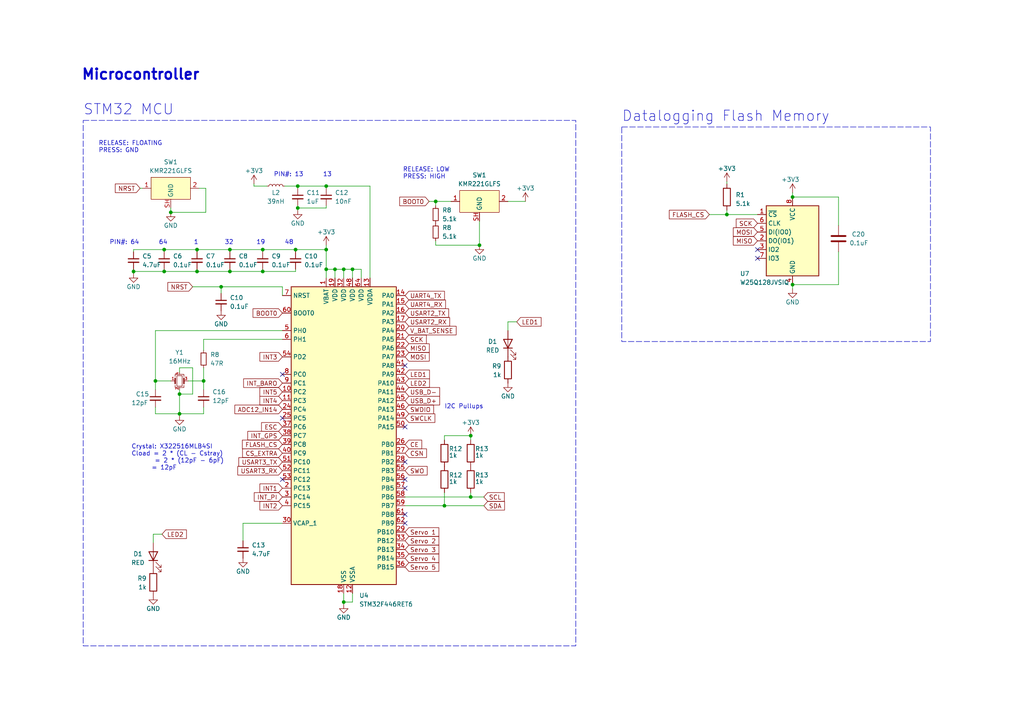
<source format=kicad_sch>
(kicad_sch (version 20230121) (generator eeschema)

  (uuid d6fa2e5f-71a6-46be-9f5f-8cbe637e9f0c)

  (paper "A4")

  (lib_symbols
    (symbol "Device:C" (pin_numbers hide) (pin_names (offset 0.254)) (in_bom yes) (on_board yes)
      (property "Reference" "C" (at 0.635 2.54 0)
        (effects (font (size 1.27 1.27)) (justify left))
      )
      (property "Value" "C" (at 0.635 -2.54 0)
        (effects (font (size 1.27 1.27)) (justify left))
      )
      (property "Footprint" "" (at 0.9652 -3.81 0)
        (effects (font (size 1.27 1.27)) hide)
      )
      (property "Datasheet" "~" (at 0 0 0)
        (effects (font (size 1.27 1.27)) hide)
      )
      (property "ki_keywords" "cap capacitor" (at 0 0 0)
        (effects (font (size 1.27 1.27)) hide)
      )
      (property "ki_description" "Unpolarized capacitor" (at 0 0 0)
        (effects (font (size 1.27 1.27)) hide)
      )
      (property "ki_fp_filters" "C_*" (at 0 0 0)
        (effects (font (size 1.27 1.27)) hide)
      )
      (symbol "C_0_1"
        (polyline
          (pts
            (xy -2.032 -0.762)
            (xy 2.032 -0.762)
          )
          (stroke (width 0.508) (type default))
          (fill (type none))
        )
        (polyline
          (pts
            (xy -2.032 0.762)
            (xy 2.032 0.762)
          )
          (stroke (width 0.508) (type default))
          (fill (type none))
        )
      )
      (symbol "C_1_1"
        (pin passive line (at 0 3.81 270) (length 2.794)
          (name "~" (effects (font (size 1.27 1.27))))
          (number "1" (effects (font (size 1.27 1.27))))
        )
        (pin passive line (at 0 -3.81 90) (length 2.794)
          (name "~" (effects (font (size 1.27 1.27))))
          (number "2" (effects (font (size 1.27 1.27))))
        )
      )
    )
    (symbol "Device:C_Small" (pin_numbers hide) (pin_names (offset 0.254) hide) (in_bom yes) (on_board yes)
      (property "Reference" "C" (at 0.254 1.778 0)
        (effects (font (size 1.27 1.27)) (justify left))
      )
      (property "Value" "C_Small" (at 0.254 -2.032 0)
        (effects (font (size 1.27 1.27)) (justify left))
      )
      (property "Footprint" "" (at 0 0 0)
        (effects (font (size 1.27 1.27)) hide)
      )
      (property "Datasheet" "~" (at 0 0 0)
        (effects (font (size 1.27 1.27)) hide)
      )
      (property "ki_keywords" "capacitor cap" (at 0 0 0)
        (effects (font (size 1.27 1.27)) hide)
      )
      (property "ki_description" "Unpolarized capacitor, small symbol" (at 0 0 0)
        (effects (font (size 1.27 1.27)) hide)
      )
      (property "ki_fp_filters" "C_*" (at 0 0 0)
        (effects (font (size 1.27 1.27)) hide)
      )
      (symbol "C_Small_0_1"
        (polyline
          (pts
            (xy -1.524 -0.508)
            (xy 1.524 -0.508)
          )
          (stroke (width 0.3302) (type default))
          (fill (type none))
        )
        (polyline
          (pts
            (xy -1.524 0.508)
            (xy 1.524 0.508)
          )
          (stroke (width 0.3048) (type default))
          (fill (type none))
        )
      )
      (symbol "C_Small_1_1"
        (pin passive line (at 0 2.54 270) (length 2.032)
          (name "~" (effects (font (size 1.27 1.27))))
          (number "1" (effects (font (size 1.27 1.27))))
        )
        (pin passive line (at 0 -2.54 90) (length 2.032)
          (name "~" (effects (font (size 1.27 1.27))))
          (number "2" (effects (font (size 1.27 1.27))))
        )
      )
    )
    (symbol "Device:Crystal_GND24_Small" (pin_names (offset 1.016) hide) (in_bom yes) (on_board yes)
      (property "Reference" "Y" (at 1.27 4.445 0)
        (effects (font (size 1.27 1.27)) (justify left))
      )
      (property "Value" "Crystal_GND24_Small" (at 1.27 2.54 0)
        (effects (font (size 1.27 1.27)) (justify left))
      )
      (property "Footprint" "" (at 0 0 0)
        (effects (font (size 1.27 1.27)) hide)
      )
      (property "Datasheet" "~" (at 0 0 0)
        (effects (font (size 1.27 1.27)) hide)
      )
      (property "ki_keywords" "quartz ceramic resonator oscillator" (at 0 0 0)
        (effects (font (size 1.27 1.27)) hide)
      )
      (property "ki_description" "Four pin crystal, GND on pins 2 and 4, small symbol" (at 0 0 0)
        (effects (font (size 1.27 1.27)) hide)
      )
      (property "ki_fp_filters" "Crystal*" (at 0 0 0)
        (effects (font (size 1.27 1.27)) hide)
      )
      (symbol "Crystal_GND24_Small_0_1"
        (rectangle (start -0.762 -1.524) (end 0.762 1.524)
          (stroke (width 0) (type default))
          (fill (type none))
        )
        (polyline
          (pts
            (xy -1.27 -0.762)
            (xy -1.27 0.762)
          )
          (stroke (width 0.381) (type default))
          (fill (type none))
        )
        (polyline
          (pts
            (xy 1.27 -0.762)
            (xy 1.27 0.762)
          )
          (stroke (width 0.381) (type default))
          (fill (type none))
        )
        (polyline
          (pts
            (xy -1.27 -1.27)
            (xy -1.27 -1.905)
            (xy 1.27 -1.905)
            (xy 1.27 -1.27)
          )
          (stroke (width 0) (type default))
          (fill (type none))
        )
        (polyline
          (pts
            (xy -1.27 1.27)
            (xy -1.27 1.905)
            (xy 1.27 1.905)
            (xy 1.27 1.27)
          )
          (stroke (width 0) (type default))
          (fill (type none))
        )
      )
      (symbol "Crystal_GND24_Small_1_1"
        (pin passive line (at -2.54 0 0) (length 1.27)
          (name "1" (effects (font (size 1.27 1.27))))
          (number "1" (effects (font (size 0.762 0.762))))
        )
        (pin passive line (at 0 -2.54 90) (length 0.635)
          (name "2" (effects (font (size 1.27 1.27))))
          (number "2" (effects (font (size 0.762 0.762))))
        )
        (pin passive line (at 2.54 0 180) (length 1.27)
          (name "3" (effects (font (size 1.27 1.27))))
          (number "3" (effects (font (size 0.762 0.762))))
        )
        (pin passive line (at 0 2.54 270) (length 0.635)
          (name "4" (effects (font (size 1.27 1.27))))
          (number "4" (effects (font (size 0.762 0.762))))
        )
      )
    )
    (symbol "Device:LED" (pin_numbers hide) (pin_names (offset 1.016) hide) (in_bom yes) (on_board yes)
      (property "Reference" "D" (at 0 2.54 0)
        (effects (font (size 1.27 1.27)))
      )
      (property "Value" "LED" (at 0 -2.54 0)
        (effects (font (size 1.27 1.27)))
      )
      (property "Footprint" "" (at 0 0 0)
        (effects (font (size 1.27 1.27)) hide)
      )
      (property "Datasheet" "~" (at 0 0 0)
        (effects (font (size 1.27 1.27)) hide)
      )
      (property "ki_keywords" "LED diode" (at 0 0 0)
        (effects (font (size 1.27 1.27)) hide)
      )
      (property "ki_description" "Light emitting diode" (at 0 0 0)
        (effects (font (size 1.27 1.27)) hide)
      )
      (property "ki_fp_filters" "LED* LED_SMD:* LED_THT:*" (at 0 0 0)
        (effects (font (size 1.27 1.27)) hide)
      )
      (symbol "LED_0_1"
        (polyline
          (pts
            (xy -1.27 -1.27)
            (xy -1.27 1.27)
          )
          (stroke (width 0.254) (type default))
          (fill (type none))
        )
        (polyline
          (pts
            (xy -1.27 0)
            (xy 1.27 0)
          )
          (stroke (width 0) (type default))
          (fill (type none))
        )
        (polyline
          (pts
            (xy 1.27 -1.27)
            (xy 1.27 1.27)
            (xy -1.27 0)
            (xy 1.27 -1.27)
          )
          (stroke (width 0.254) (type default))
          (fill (type none))
        )
        (polyline
          (pts
            (xy -3.048 -0.762)
            (xy -4.572 -2.286)
            (xy -3.81 -2.286)
            (xy -4.572 -2.286)
            (xy -4.572 -1.524)
          )
          (stroke (width 0) (type default))
          (fill (type none))
        )
        (polyline
          (pts
            (xy -1.778 -0.762)
            (xy -3.302 -2.286)
            (xy -2.54 -2.286)
            (xy -3.302 -2.286)
            (xy -3.302 -1.524)
          )
          (stroke (width 0) (type default))
          (fill (type none))
        )
      )
      (symbol "LED_1_1"
        (pin passive line (at -3.81 0 0) (length 2.54)
          (name "K" (effects (font (size 1.27 1.27))))
          (number "1" (effects (font (size 1.27 1.27))))
        )
        (pin passive line (at 3.81 0 180) (length 2.54)
          (name "A" (effects (font (size 1.27 1.27))))
          (number "2" (effects (font (size 1.27 1.27))))
        )
      )
    )
    (symbol "Device:L_Small" (pin_numbers hide) (pin_names (offset 0.254) hide) (in_bom yes) (on_board yes)
      (property "Reference" "L" (at 0.762 1.016 0)
        (effects (font (size 1.27 1.27)) (justify left))
      )
      (property "Value" "L_Small" (at 0.762 -1.016 0)
        (effects (font (size 1.27 1.27)) (justify left))
      )
      (property "Footprint" "" (at 0 0 0)
        (effects (font (size 1.27 1.27)) hide)
      )
      (property "Datasheet" "~" (at 0 0 0)
        (effects (font (size 1.27 1.27)) hide)
      )
      (property "ki_keywords" "inductor choke coil reactor magnetic" (at 0 0 0)
        (effects (font (size 1.27 1.27)) hide)
      )
      (property "ki_description" "Inductor, small symbol" (at 0 0 0)
        (effects (font (size 1.27 1.27)) hide)
      )
      (property "ki_fp_filters" "Choke_* *Coil* Inductor_* L_*" (at 0 0 0)
        (effects (font (size 1.27 1.27)) hide)
      )
      (symbol "L_Small_0_1"
        (arc (start 0 -2.032) (mid 0.5058 -1.524) (end 0 -1.016)
          (stroke (width 0) (type default))
          (fill (type none))
        )
        (arc (start 0 -1.016) (mid 0.5058 -0.508) (end 0 0)
          (stroke (width 0) (type default))
          (fill (type none))
        )
        (arc (start 0 0) (mid 0.5058 0.508) (end 0 1.016)
          (stroke (width 0) (type default))
          (fill (type none))
        )
        (arc (start 0 1.016) (mid 0.5058 1.524) (end 0 2.032)
          (stroke (width 0) (type default))
          (fill (type none))
        )
      )
      (symbol "L_Small_1_1"
        (pin passive line (at 0 2.54 270) (length 0.508)
          (name "~" (effects (font (size 1.27 1.27))))
          (number "1" (effects (font (size 1.27 1.27))))
        )
        (pin passive line (at 0 -2.54 90) (length 0.508)
          (name "~" (effects (font (size 1.27 1.27))))
          (number "2" (effects (font (size 1.27 1.27))))
        )
      )
    )
    (symbol "Device:R" (pin_numbers hide) (pin_names (offset 0)) (in_bom yes) (on_board yes)
      (property "Reference" "R" (at 2.032 0 90)
        (effects (font (size 1.27 1.27)))
      )
      (property "Value" "R" (at 0 0 90)
        (effects (font (size 1.27 1.27)))
      )
      (property "Footprint" "" (at -1.778 0 90)
        (effects (font (size 1.27 1.27)) hide)
      )
      (property "Datasheet" "~" (at 0 0 0)
        (effects (font (size 1.27 1.27)) hide)
      )
      (property "ki_keywords" "R res resistor" (at 0 0 0)
        (effects (font (size 1.27 1.27)) hide)
      )
      (property "ki_description" "Resistor" (at 0 0 0)
        (effects (font (size 1.27 1.27)) hide)
      )
      (property "ki_fp_filters" "R_*" (at 0 0 0)
        (effects (font (size 1.27 1.27)) hide)
      )
      (symbol "R_0_1"
        (rectangle (start -1.016 -2.54) (end 1.016 2.54)
          (stroke (width 0.254) (type default))
          (fill (type none))
        )
      )
      (symbol "R_1_1"
        (pin passive line (at 0 3.81 270) (length 1.27)
          (name "~" (effects (font (size 1.27 1.27))))
          (number "1" (effects (font (size 1.27 1.27))))
        )
        (pin passive line (at 0 -3.81 90) (length 1.27)
          (name "~" (effects (font (size 1.27 1.27))))
          (number "2" (effects (font (size 1.27 1.27))))
        )
      )
    )
    (symbol "Device:R_Small" (pin_numbers hide) (pin_names (offset 0.254) hide) (in_bom yes) (on_board yes)
      (property "Reference" "R" (at 0.762 0.508 0)
        (effects (font (size 1.27 1.27)) (justify left))
      )
      (property "Value" "R_Small" (at 0.762 -1.016 0)
        (effects (font (size 1.27 1.27)) (justify left))
      )
      (property "Footprint" "" (at 0 0 0)
        (effects (font (size 1.27 1.27)) hide)
      )
      (property "Datasheet" "~" (at 0 0 0)
        (effects (font (size 1.27 1.27)) hide)
      )
      (property "ki_keywords" "R resistor" (at 0 0 0)
        (effects (font (size 1.27 1.27)) hide)
      )
      (property "ki_description" "Resistor, small symbol" (at 0 0 0)
        (effects (font (size 1.27 1.27)) hide)
      )
      (property "ki_fp_filters" "R_*" (at 0 0 0)
        (effects (font (size 1.27 1.27)) hide)
      )
      (symbol "R_Small_0_1"
        (rectangle (start -0.762 1.778) (end 0.762 -1.778)
          (stroke (width 0.2032) (type default))
          (fill (type none))
        )
      )
      (symbol "R_Small_1_1"
        (pin passive line (at 0 2.54 270) (length 0.762)
          (name "~" (effects (font (size 1.27 1.27))))
          (number "1" (effects (font (size 1.27 1.27))))
        )
        (pin passive line (at 0 -2.54 90) (length 0.762)
          (name "~" (effects (font (size 1.27 1.27))))
          (number "2" (effects (font (size 1.27 1.27))))
        )
      )
    )
    (symbol "FlightComputerLibrary:KMR211GLFS" (in_bom yes) (on_board yes)
      (property "Reference" "SW" (at 0 7.62 0)
        (effects (font (size 1.27 1.27)))
      )
      (property "Value" "KMR221GLFS" (at 0 5.08 0)
        (effects (font (size 1.27 1.27)))
      )
      (property "Footprint" "Button_Switch_SMD:SW_Push_1P1T-SH_NO_CK_KMR2xxG" (at -1.27 -12.7 0)
        (effects (font (size 1.27 1.27)) hide)
      )
      (property "Datasheet" "" (at 0 0 0)
        (effects (font (size 1.27 1.27)) hide)
      )
      (symbol "KMR211GLFS_1_1"
        (rectangle (start -5.715 3.175) (end 5.715 -3.175)
          (stroke (width 0) (type default))
          (fill (type background))
        )
        (pin input line (at -8.255 0 0) (length 2.54)
          (name "" (effects (font (size 1.27 1.27))))
          (number "1" (effects (font (size 1.27 1.27))))
        )
        (pin input line (at 8.255 0 180) (length 2.54)
          (name "" (effects (font (size 1.27 1.27))))
          (number "2" (effects (font (size 1.27 1.27))))
        )
        (pin input line (at 0 -5.715 90) (length 2.54)
          (name "GND" (effects (font (size 1.27 1.27))))
          (number "SH" (effects (font (size 1.27 1.27))))
        )
      )
    )
    (symbol "KMR211GLFS_1" (in_bom yes) (on_board yes)
      (property "Reference" "SW" (at 0 7.62 0)
        (effects (font (size 1.27 1.27)))
      )
      (property "Value" "KMR221GLFS" (at 0 5.08 0)
        (effects (font (size 1.27 1.27)))
      )
      (property "Footprint" "Button_Switch_SMD:SW_Push_1P1T-SH_NO_CK_KMR2xxG" (at -1.27 -12.7 0)
        (effects (font (size 1.27 1.27)) hide)
      )
      (property "Datasheet" "" (at 0 0 0)
        (effects (font (size 1.27 1.27)) hide)
      )
      (symbol "KMR211GLFS_1_1_1"
        (rectangle (start -5.715 3.175) (end 5.715 -3.175)
          (stroke (width 0) (type default))
          (fill (type background))
        )
        (pin input line (at -8.255 0 0) (length 2.54)
          (name "" (effects (font (size 1.27 1.27))))
          (number "1" (effects (font (size 1.27 1.27))))
        )
        (pin input line (at 8.255 0 180) (length 2.54)
          (name "" (effects (font (size 1.27 1.27))))
          (number "2" (effects (font (size 1.27 1.27))))
        )
        (pin input line (at 0 -5.715 90) (length 2.54)
          (name "GND" (effects (font (size 1.27 1.27))))
          (number "SH" (effects (font (size 1.27 1.27))))
        )
      )
    )
    (symbol "MCU_ST_STM32F4:STM32F446RETx" (in_bom yes) (on_board yes)
      (property "Reference" "U" (at -15.24 44.45 0)
        (effects (font (size 1.27 1.27)) (justify left))
      )
      (property "Value" "STM32F446RETx" (at 10.16 44.45 0)
        (effects (font (size 1.27 1.27)) (justify left))
      )
      (property "Footprint" "Package_QFP:LQFP-64_10x10mm_P0.5mm" (at -15.24 -43.18 0)
        (effects (font (size 1.27 1.27)) (justify right) hide)
      )
      (property "Datasheet" "https://www.st.com/resource/en/datasheet/stm32f446re.pdf" (at 0 0 0)
        (effects (font (size 1.27 1.27)) hide)
      )
      (property "ki_locked" "" (at 0 0 0)
        (effects (font (size 1.27 1.27)))
      )
      (property "ki_keywords" "Arm Cortex-M4 STM32F4 STM32F446" (at 0 0 0)
        (effects (font (size 1.27 1.27)) hide)
      )
      (property "ki_description" "STMicroelectronics Arm Cortex-M4 MCU, 512KB flash, 128KB RAM, 180 MHz, 1.8-3.6V, 50 GPIO, LQFP64" (at 0 0 0)
        (effects (font (size 1.27 1.27)) hide)
      )
      (property "ki_fp_filters" "LQFP*10x10mm*P0.5mm*" (at 0 0 0)
        (effects (font (size 1.27 1.27)) hide)
      )
      (symbol "STM32F446RETx_0_1"
        (rectangle (start -15.24 -43.18) (end 15.24 43.18)
          (stroke (width 0.254) (type default))
          (fill (type background))
        )
      )
      (symbol "STM32F446RETx_1_1"
        (pin power_in line (at -5.08 45.72 270) (length 2.54)
          (name "VBAT" (effects (font (size 1.27 1.27))))
          (number "1" (effects (font (size 1.27 1.27))))
        )
        (pin bidirectional line (at -17.78 12.7 0) (length 2.54)
          (name "PC2" (effects (font (size 1.27 1.27))))
          (number "10" (effects (font (size 1.27 1.27))))
          (alternate "ADC1_IN12" bidirectional line)
          (alternate "ADC2_IN12" bidirectional line)
          (alternate "ADC3_IN12" bidirectional line)
          (alternate "SPI2_MISO" bidirectional line)
          (alternate "USB_OTG_HS_ULPI_DIR" bidirectional line)
        )
        (pin bidirectional line (at -17.78 10.16 0) (length 2.54)
          (name "PC3" (effects (font (size 1.27 1.27))))
          (number "11" (effects (font (size 1.27 1.27))))
          (alternate "ADC1_IN13" bidirectional line)
          (alternate "ADC2_IN13" bidirectional line)
          (alternate "ADC3_IN13" bidirectional line)
          (alternate "I2S2_SD" bidirectional line)
          (alternate "SPI2_MOSI" bidirectional line)
          (alternate "USB_OTG_HS_ULPI_NXT" bidirectional line)
        )
        (pin power_in line (at 2.54 -45.72 90) (length 2.54)
          (name "VSSA" (effects (font (size 1.27 1.27))))
          (number "12" (effects (font (size 1.27 1.27))))
        )
        (pin power_in line (at 7.62 45.72 270) (length 2.54)
          (name "VDDA" (effects (font (size 1.27 1.27))))
          (number "13" (effects (font (size 1.27 1.27))))
        )
        (pin bidirectional line (at 17.78 40.64 180) (length 2.54)
          (name "PA0" (effects (font (size 1.27 1.27))))
          (number "14" (effects (font (size 1.27 1.27))))
          (alternate "ADC1_IN0" bidirectional line)
          (alternate "ADC2_IN0" bidirectional line)
          (alternate "ADC3_IN0" bidirectional line)
          (alternate "RTC_AF2" bidirectional line)
          (alternate "SYS_WKUP0" bidirectional line)
          (alternate "TIM2_CH1" bidirectional line)
          (alternate "TIM2_ETR" bidirectional line)
          (alternate "TIM5_CH1" bidirectional line)
          (alternate "TIM8_ETR" bidirectional line)
          (alternate "UART4_TX" bidirectional line)
          (alternate "USART2_CTS" bidirectional line)
        )
        (pin bidirectional line (at 17.78 38.1 180) (length 2.54)
          (name "PA1" (effects (font (size 1.27 1.27))))
          (number "15" (effects (font (size 1.27 1.27))))
          (alternate "ADC1_IN1" bidirectional line)
          (alternate "ADC2_IN1" bidirectional line)
          (alternate "ADC3_IN1" bidirectional line)
          (alternate "QUADSPI_BK1_IO3" bidirectional line)
          (alternate "TIM2_CH2" bidirectional line)
          (alternate "TIM5_CH2" bidirectional line)
          (alternate "UART4_RX" bidirectional line)
          (alternate "USART2_RTS" bidirectional line)
        )
        (pin bidirectional line (at 17.78 35.56 180) (length 2.54)
          (name "PA2" (effects (font (size 1.27 1.27))))
          (number "16" (effects (font (size 1.27 1.27))))
          (alternate "ADC1_IN2" bidirectional line)
          (alternate "ADC2_IN2" bidirectional line)
          (alternate "ADC3_IN2" bidirectional line)
          (alternate "TIM2_CH3" bidirectional line)
          (alternate "TIM5_CH3" bidirectional line)
          (alternate "TIM9_CH1" bidirectional line)
          (alternate "USART2_TX" bidirectional line)
        )
        (pin bidirectional line (at 17.78 33.02 180) (length 2.54)
          (name "PA3" (effects (font (size 1.27 1.27))))
          (number "17" (effects (font (size 1.27 1.27))))
          (alternate "ADC1_IN3" bidirectional line)
          (alternate "ADC2_IN3" bidirectional line)
          (alternate "ADC3_IN3" bidirectional line)
          (alternate "SAI1_FS_A" bidirectional line)
          (alternate "TIM2_CH4" bidirectional line)
          (alternate "TIM5_CH4" bidirectional line)
          (alternate "TIM9_CH2" bidirectional line)
          (alternate "USART2_RX" bidirectional line)
          (alternate "USB_OTG_HS_ULPI_D0" bidirectional line)
        )
        (pin power_in line (at 0 -45.72 90) (length 2.54)
          (name "VSS" (effects (font (size 1.27 1.27))))
          (number "18" (effects (font (size 1.27 1.27))))
        )
        (pin power_in line (at -2.54 45.72 270) (length 2.54)
          (name "VDD" (effects (font (size 1.27 1.27))))
          (number "19" (effects (font (size 1.27 1.27))))
        )
        (pin bidirectional line (at -17.78 -15.24 0) (length 2.54)
          (name "PC13" (effects (font (size 1.27 1.27))))
          (number "2" (effects (font (size 1.27 1.27))))
          (alternate "RTC_AF1" bidirectional line)
          (alternate "SYS_WKUP1" bidirectional line)
        )
        (pin bidirectional line (at 17.78 30.48 180) (length 2.54)
          (name "PA4" (effects (font (size 1.27 1.27))))
          (number "20" (effects (font (size 1.27 1.27))))
          (alternate "ADC1_IN4" bidirectional line)
          (alternate "ADC2_IN4" bidirectional line)
          (alternate "DAC_OUT1" bidirectional line)
          (alternate "DCMI_HSYNC" bidirectional line)
          (alternate "I2S1_WS" bidirectional line)
          (alternate "I2S3_WS" bidirectional line)
          (alternate "SPI1_NSS" bidirectional line)
          (alternate "SPI3_NSS" bidirectional line)
          (alternate "USART2_CK" bidirectional line)
          (alternate "USB_OTG_HS_SOF" bidirectional line)
        )
        (pin bidirectional line (at 17.78 27.94 180) (length 2.54)
          (name "PA5" (effects (font (size 1.27 1.27))))
          (number "21" (effects (font (size 1.27 1.27))))
          (alternate "ADC1_IN5" bidirectional line)
          (alternate "ADC2_IN5" bidirectional line)
          (alternate "DAC_OUT2" bidirectional line)
          (alternate "I2S1_CK" bidirectional line)
          (alternate "SPI1_SCK" bidirectional line)
          (alternate "TIM2_CH1" bidirectional line)
          (alternate "TIM2_ETR" bidirectional line)
          (alternate "TIM8_CH1N" bidirectional line)
          (alternate "USB_OTG_HS_ULPI_CK" bidirectional line)
        )
        (pin bidirectional line (at 17.78 25.4 180) (length 2.54)
          (name "PA6" (effects (font (size 1.27 1.27))))
          (number "22" (effects (font (size 1.27 1.27))))
          (alternate "ADC1_IN6" bidirectional line)
          (alternate "ADC2_IN6" bidirectional line)
          (alternate "DCMI_PIXCLK" bidirectional line)
          (alternate "I2S2_MCK" bidirectional line)
          (alternate "SPI1_MISO" bidirectional line)
          (alternate "TIM13_CH1" bidirectional line)
          (alternate "TIM1_BKIN" bidirectional line)
          (alternate "TIM3_CH1" bidirectional line)
          (alternate "TIM8_BKIN" bidirectional line)
        )
        (pin bidirectional line (at 17.78 22.86 180) (length 2.54)
          (name "PA7" (effects (font (size 1.27 1.27))))
          (number "23" (effects (font (size 1.27 1.27))))
          (alternate "ADC1_IN7" bidirectional line)
          (alternate "ADC2_IN7" bidirectional line)
          (alternate "I2S1_SD" bidirectional line)
          (alternate "SPI1_MOSI" bidirectional line)
          (alternate "TIM14_CH1" bidirectional line)
          (alternate "TIM1_CH1N" bidirectional line)
          (alternate "TIM3_CH2" bidirectional line)
          (alternate "TIM8_CH1N" bidirectional line)
        )
        (pin bidirectional line (at -17.78 7.62 0) (length 2.54)
          (name "PC4" (effects (font (size 1.27 1.27))))
          (number "24" (effects (font (size 1.27 1.27))))
          (alternate "ADC1_IN14" bidirectional line)
          (alternate "ADC2_IN14" bidirectional line)
          (alternate "I2S1_MCK" bidirectional line)
          (alternate "SPDIFRX_IN2" bidirectional line)
        )
        (pin bidirectional line (at -17.78 5.08 0) (length 2.54)
          (name "PC5" (effects (font (size 1.27 1.27))))
          (number "25" (effects (font (size 1.27 1.27))))
          (alternate "ADC1_IN15" bidirectional line)
          (alternate "ADC2_IN15" bidirectional line)
          (alternate "SPDIFRX_IN3" bidirectional line)
          (alternate "USART3_RX" bidirectional line)
        )
        (pin bidirectional line (at 17.78 -2.54 180) (length 2.54)
          (name "PB0" (effects (font (size 1.27 1.27))))
          (number "26" (effects (font (size 1.27 1.27))))
          (alternate "ADC1_IN8" bidirectional line)
          (alternate "ADC2_IN8" bidirectional line)
          (alternate "I2S3_SD" bidirectional line)
          (alternate "SDIO_D1" bidirectional line)
          (alternate "SPI3_MOSI" bidirectional line)
          (alternate "TIM1_CH2N" bidirectional line)
          (alternate "TIM3_CH3" bidirectional line)
          (alternate "TIM8_CH2N" bidirectional line)
          (alternate "UART4_CTS" bidirectional line)
          (alternate "USB_OTG_HS_ULPI_D1" bidirectional line)
        )
        (pin bidirectional line (at 17.78 -5.08 180) (length 2.54)
          (name "PB1" (effects (font (size 1.27 1.27))))
          (number "27" (effects (font (size 1.27 1.27))))
          (alternate "ADC1_IN9" bidirectional line)
          (alternate "ADC2_IN9" bidirectional line)
          (alternate "SDIO_D2" bidirectional line)
          (alternate "TIM1_CH3N" bidirectional line)
          (alternate "TIM3_CH4" bidirectional line)
          (alternate "TIM8_CH3N" bidirectional line)
          (alternate "USB_OTG_HS_ULPI_D2" bidirectional line)
        )
        (pin bidirectional line (at 17.78 -7.62 180) (length 2.54)
          (name "PB2" (effects (font (size 1.27 1.27))))
          (number "28" (effects (font (size 1.27 1.27))))
          (alternate "I2S3_SD" bidirectional line)
          (alternate "QUADSPI_CLK" bidirectional line)
          (alternate "SAI1_SD_A" bidirectional line)
          (alternate "SDIO_CK" bidirectional line)
          (alternate "SPI3_MOSI" bidirectional line)
          (alternate "TIM2_CH4" bidirectional line)
          (alternate "USB_OTG_HS_ULPI_D4" bidirectional line)
        )
        (pin bidirectional line (at 17.78 -27.94 180) (length 2.54)
          (name "PB10" (effects (font (size 1.27 1.27))))
          (number "29" (effects (font (size 1.27 1.27))))
          (alternate "I2C2_SCL" bidirectional line)
          (alternate "I2S2_CK" bidirectional line)
          (alternate "SAI1_SCK_A" bidirectional line)
          (alternate "SPI2_SCK" bidirectional line)
          (alternate "TIM2_CH3" bidirectional line)
          (alternate "USART3_TX" bidirectional line)
          (alternate "USB_OTG_HS_ULPI_D3" bidirectional line)
        )
        (pin bidirectional line (at -17.78 -17.78 0) (length 2.54)
          (name "PC14" (effects (font (size 1.27 1.27))))
          (number "3" (effects (font (size 1.27 1.27))))
          (alternate "RCC_OSC32_IN" bidirectional line)
        )
        (pin power_out line (at -17.78 -25.4 0) (length 2.54)
          (name "VCAP_1" (effects (font (size 1.27 1.27))))
          (number "30" (effects (font (size 1.27 1.27))))
        )
        (pin passive line (at 0 -45.72 90) (length 2.54) hide
          (name "VSS" (effects (font (size 1.27 1.27))))
          (number "31" (effects (font (size 1.27 1.27))))
        )
        (pin power_in line (at 0 45.72 270) (length 2.54)
          (name "VDD" (effects (font (size 1.27 1.27))))
          (number "32" (effects (font (size 1.27 1.27))))
        )
        (pin bidirectional line (at 17.78 -30.48 180) (length 2.54)
          (name "PB12" (effects (font (size 1.27 1.27))))
          (number "33" (effects (font (size 1.27 1.27))))
          (alternate "CAN2_RX" bidirectional line)
          (alternate "I2C2_SMBA" bidirectional line)
          (alternate "I2S2_WS" bidirectional line)
          (alternate "SAI1_SCK_B" bidirectional line)
          (alternate "SPI2_NSS" bidirectional line)
          (alternate "TIM1_BKIN" bidirectional line)
          (alternate "USART3_CK" bidirectional line)
          (alternate "USB_OTG_HS_ID" bidirectional line)
          (alternate "USB_OTG_HS_ULPI_D5" bidirectional line)
        )
        (pin bidirectional line (at 17.78 -33.02 180) (length 2.54)
          (name "PB13" (effects (font (size 1.27 1.27))))
          (number "34" (effects (font (size 1.27 1.27))))
          (alternate "CAN2_TX" bidirectional line)
          (alternate "I2S2_CK" bidirectional line)
          (alternate "SPI2_SCK" bidirectional line)
          (alternate "TIM1_CH1N" bidirectional line)
          (alternate "USART3_CTS" bidirectional line)
          (alternate "USB_OTG_HS_ULPI_D6" bidirectional line)
          (alternate "USB_OTG_HS_VBUS" bidirectional line)
        )
        (pin bidirectional line (at 17.78 -35.56 180) (length 2.54)
          (name "PB14" (effects (font (size 1.27 1.27))))
          (number "35" (effects (font (size 1.27 1.27))))
          (alternate "SPI2_MISO" bidirectional line)
          (alternate "TIM12_CH1" bidirectional line)
          (alternate "TIM1_CH2N" bidirectional line)
          (alternate "TIM8_CH2N" bidirectional line)
          (alternate "USART3_RTS" bidirectional line)
          (alternate "USB_OTG_HS_DM" bidirectional line)
        )
        (pin bidirectional line (at 17.78 -38.1 180) (length 2.54)
          (name "PB15" (effects (font (size 1.27 1.27))))
          (number "36" (effects (font (size 1.27 1.27))))
          (alternate "ADC1_EXTI15" bidirectional line)
          (alternate "ADC2_EXTI15" bidirectional line)
          (alternate "ADC3_EXTI15" bidirectional line)
          (alternate "I2S2_SD" bidirectional line)
          (alternate "RTC_REFIN" bidirectional line)
          (alternate "SPI2_MOSI" bidirectional line)
          (alternate "TIM12_CH2" bidirectional line)
          (alternate "TIM1_CH3N" bidirectional line)
          (alternate "TIM8_CH3N" bidirectional line)
          (alternate "USB_OTG_HS_DP" bidirectional line)
        )
        (pin bidirectional line (at -17.78 2.54 0) (length 2.54)
          (name "PC6" (effects (font (size 1.27 1.27))))
          (number "37" (effects (font (size 1.27 1.27))))
          (alternate "DCMI_D0" bidirectional line)
          (alternate "FMPI2C1_SCL" bidirectional line)
          (alternate "I2S2_MCK" bidirectional line)
          (alternate "SDIO_D6" bidirectional line)
          (alternate "TIM3_CH1" bidirectional line)
          (alternate "TIM8_CH1" bidirectional line)
          (alternate "USART6_TX" bidirectional line)
        )
        (pin bidirectional line (at -17.78 0 0) (length 2.54)
          (name "PC7" (effects (font (size 1.27 1.27))))
          (number "38" (effects (font (size 1.27 1.27))))
          (alternate "DCMI_D1" bidirectional line)
          (alternate "FMPI2C1_SDA" bidirectional line)
          (alternate "I2S2_CK" bidirectional line)
          (alternate "I2S3_MCK" bidirectional line)
          (alternate "SDIO_D7" bidirectional line)
          (alternate "SPDIFRX_IN1" bidirectional line)
          (alternate "SPI2_SCK" bidirectional line)
          (alternate "TIM3_CH2" bidirectional line)
          (alternate "TIM8_CH2" bidirectional line)
          (alternate "USART6_RX" bidirectional line)
        )
        (pin bidirectional line (at -17.78 -2.54 0) (length 2.54)
          (name "PC8" (effects (font (size 1.27 1.27))))
          (number "39" (effects (font (size 1.27 1.27))))
          (alternate "DCMI_D2" bidirectional line)
          (alternate "SDIO_D0" bidirectional line)
          (alternate "SYS_TRACED0" bidirectional line)
          (alternate "TIM3_CH3" bidirectional line)
          (alternate "TIM8_CH3" bidirectional line)
          (alternate "UART5_RTS" bidirectional line)
          (alternate "USART6_CK" bidirectional line)
        )
        (pin bidirectional line (at -17.78 -20.32 0) (length 2.54)
          (name "PC15" (effects (font (size 1.27 1.27))))
          (number "4" (effects (font (size 1.27 1.27))))
          (alternate "ADC1_EXTI15" bidirectional line)
          (alternate "ADC2_EXTI15" bidirectional line)
          (alternate "ADC3_EXTI15" bidirectional line)
          (alternate "RCC_OSC32_OUT" bidirectional line)
        )
        (pin bidirectional line (at -17.78 -5.08 0) (length 2.54)
          (name "PC9" (effects (font (size 1.27 1.27))))
          (number "40" (effects (font (size 1.27 1.27))))
          (alternate "DAC_EXTI9" bidirectional line)
          (alternate "DCMI_D3" bidirectional line)
          (alternate "I2C3_SDA" bidirectional line)
          (alternate "I2S_CKIN" bidirectional line)
          (alternate "QUADSPI_BK1_IO0" bidirectional line)
          (alternate "RCC_MCO_2" bidirectional line)
          (alternate "SDIO_D1" bidirectional line)
          (alternate "TIM3_CH4" bidirectional line)
          (alternate "TIM8_CH4" bidirectional line)
          (alternate "UART5_CTS" bidirectional line)
        )
        (pin bidirectional line (at 17.78 20.32 180) (length 2.54)
          (name "PA8" (effects (font (size 1.27 1.27))))
          (number "41" (effects (font (size 1.27 1.27))))
          (alternate "I2C3_SCL" bidirectional line)
          (alternate "RCC_MCO_1" bidirectional line)
          (alternate "TIM1_CH1" bidirectional line)
          (alternate "USART1_CK" bidirectional line)
          (alternate "USB_OTG_FS_SOF" bidirectional line)
        )
        (pin bidirectional line (at 17.78 17.78 180) (length 2.54)
          (name "PA9" (effects (font (size 1.27 1.27))))
          (number "42" (effects (font (size 1.27 1.27))))
          (alternate "DAC_EXTI9" bidirectional line)
          (alternate "DCMI_D0" bidirectional line)
          (alternate "I2C3_SMBA" bidirectional line)
          (alternate "I2S2_CK" bidirectional line)
          (alternate "SAI1_SD_B" bidirectional line)
          (alternate "SPI2_SCK" bidirectional line)
          (alternate "TIM1_CH2" bidirectional line)
          (alternate "USART1_TX" bidirectional line)
          (alternate "USB_OTG_FS_VBUS" bidirectional line)
        )
        (pin bidirectional line (at 17.78 15.24 180) (length 2.54)
          (name "PA10" (effects (font (size 1.27 1.27))))
          (number "43" (effects (font (size 1.27 1.27))))
          (alternate "DCMI_D1" bidirectional line)
          (alternate "TIM1_CH3" bidirectional line)
          (alternate "USART1_RX" bidirectional line)
          (alternate "USB_OTG_FS_ID" bidirectional line)
        )
        (pin bidirectional line (at 17.78 12.7 180) (length 2.54)
          (name "PA11" (effects (font (size 1.27 1.27))))
          (number "44" (effects (font (size 1.27 1.27))))
          (alternate "ADC1_EXTI11" bidirectional line)
          (alternate "ADC2_EXTI11" bidirectional line)
          (alternate "ADC3_EXTI11" bidirectional line)
          (alternate "CAN1_RX" bidirectional line)
          (alternate "TIM1_CH4" bidirectional line)
          (alternate "USART1_CTS" bidirectional line)
          (alternate "USB_OTG_FS_DM" bidirectional line)
        )
        (pin bidirectional line (at 17.78 10.16 180) (length 2.54)
          (name "PA12" (effects (font (size 1.27 1.27))))
          (number "45" (effects (font (size 1.27 1.27))))
          (alternate "CAN1_TX" bidirectional line)
          (alternate "TIM1_ETR" bidirectional line)
          (alternate "USART1_RTS" bidirectional line)
          (alternate "USB_OTG_FS_DP" bidirectional line)
        )
        (pin bidirectional line (at 17.78 7.62 180) (length 2.54)
          (name "PA13" (effects (font (size 1.27 1.27))))
          (number "46" (effects (font (size 1.27 1.27))))
          (alternate "SYS_JTMS-SWDIO" bidirectional line)
        )
        (pin passive line (at 0 -45.72 90) (length 2.54) hide
          (name "VSS" (effects (font (size 1.27 1.27))))
          (number "47" (effects (font (size 1.27 1.27))))
        )
        (pin power_in line (at 2.54 45.72 270) (length 2.54)
          (name "VDD" (effects (font (size 1.27 1.27))))
          (number "48" (effects (font (size 1.27 1.27))))
        )
        (pin bidirectional line (at 17.78 5.08 180) (length 2.54)
          (name "PA14" (effects (font (size 1.27 1.27))))
          (number "49" (effects (font (size 1.27 1.27))))
          (alternate "SYS_JTCK-SWCLK" bidirectional line)
        )
        (pin bidirectional line (at -17.78 30.48 0) (length 2.54)
          (name "PH0" (effects (font (size 1.27 1.27))))
          (number "5" (effects (font (size 1.27 1.27))))
          (alternate "RCC_OSC_IN" bidirectional line)
        )
        (pin bidirectional line (at 17.78 2.54 180) (length 2.54)
          (name "PA15" (effects (font (size 1.27 1.27))))
          (number "50" (effects (font (size 1.27 1.27))))
          (alternate "ADC1_EXTI15" bidirectional line)
          (alternate "ADC2_EXTI15" bidirectional line)
          (alternate "ADC3_EXTI15" bidirectional line)
          (alternate "CEC" bidirectional line)
          (alternate "I2S1_WS" bidirectional line)
          (alternate "I2S3_WS" bidirectional line)
          (alternate "SPI1_NSS" bidirectional line)
          (alternate "SPI3_NSS" bidirectional line)
          (alternate "SYS_JTDI" bidirectional line)
          (alternate "TIM2_CH1" bidirectional line)
          (alternate "TIM2_ETR" bidirectional line)
          (alternate "UART4_RTS" bidirectional line)
        )
        (pin bidirectional line (at -17.78 -7.62 0) (length 2.54)
          (name "PC10" (effects (font (size 1.27 1.27))))
          (number "51" (effects (font (size 1.27 1.27))))
          (alternate "DCMI_D8" bidirectional line)
          (alternate "I2S3_CK" bidirectional line)
          (alternate "QUADSPI_BK1_IO1" bidirectional line)
          (alternate "SDIO_D2" bidirectional line)
          (alternate "SPI3_SCK" bidirectional line)
          (alternate "UART4_TX" bidirectional line)
          (alternate "USART3_TX" bidirectional line)
        )
        (pin bidirectional line (at -17.78 -10.16 0) (length 2.54)
          (name "PC11" (effects (font (size 1.27 1.27))))
          (number "52" (effects (font (size 1.27 1.27))))
          (alternate "ADC1_EXTI11" bidirectional line)
          (alternate "ADC2_EXTI11" bidirectional line)
          (alternate "ADC3_EXTI11" bidirectional line)
          (alternate "DCMI_D4" bidirectional line)
          (alternate "QUADSPI_BK2_NCS" bidirectional line)
          (alternate "SDIO_D3" bidirectional line)
          (alternate "SPI3_MISO" bidirectional line)
          (alternate "UART4_RX" bidirectional line)
          (alternate "USART3_RX" bidirectional line)
        )
        (pin bidirectional line (at -17.78 -12.7 0) (length 2.54)
          (name "PC12" (effects (font (size 1.27 1.27))))
          (number "53" (effects (font (size 1.27 1.27))))
          (alternate "DCMI_D9" bidirectional line)
          (alternate "I2C2_SDA" bidirectional line)
          (alternate "I2S3_SD" bidirectional line)
          (alternate "SDIO_CK" bidirectional line)
          (alternate "SPI3_MOSI" bidirectional line)
          (alternate "UART5_TX" bidirectional line)
          (alternate "USART3_CK" bidirectional line)
        )
        (pin bidirectional line (at -17.78 22.86 0) (length 2.54)
          (name "PD2" (effects (font (size 1.27 1.27))))
          (number "54" (effects (font (size 1.27 1.27))))
          (alternate "DCMI_D11" bidirectional line)
          (alternate "SDIO_CMD" bidirectional line)
          (alternate "TIM3_ETR" bidirectional line)
          (alternate "UART5_RX" bidirectional line)
        )
        (pin bidirectional line (at 17.78 -10.16 180) (length 2.54)
          (name "PB3" (effects (font (size 1.27 1.27))))
          (number "55" (effects (font (size 1.27 1.27))))
          (alternate "I2C2_SDA" bidirectional line)
          (alternate "I2S1_CK" bidirectional line)
          (alternate "I2S3_CK" bidirectional line)
          (alternate "SPI1_SCK" bidirectional line)
          (alternate "SPI3_SCK" bidirectional line)
          (alternate "SYS_JTDO-SWO" bidirectional line)
          (alternate "TIM2_CH2" bidirectional line)
        )
        (pin bidirectional line (at 17.78 -12.7 180) (length 2.54)
          (name "PB4" (effects (font (size 1.27 1.27))))
          (number "56" (effects (font (size 1.27 1.27))))
          (alternate "I2C3_SDA" bidirectional line)
          (alternate "I2S2_WS" bidirectional line)
          (alternate "SPI1_MISO" bidirectional line)
          (alternate "SPI2_NSS" bidirectional line)
          (alternate "SPI3_MISO" bidirectional line)
          (alternate "SYS_JTRST" bidirectional line)
          (alternate "TIM3_CH1" bidirectional line)
        )
        (pin bidirectional line (at 17.78 -15.24 180) (length 2.54)
          (name "PB5" (effects (font (size 1.27 1.27))))
          (number "57" (effects (font (size 1.27 1.27))))
          (alternate "CAN2_RX" bidirectional line)
          (alternate "DCMI_D10" bidirectional line)
          (alternate "I2C1_SMBA" bidirectional line)
          (alternate "I2S1_SD" bidirectional line)
          (alternate "I2S3_SD" bidirectional line)
          (alternate "SPI1_MOSI" bidirectional line)
          (alternate "SPI3_MOSI" bidirectional line)
          (alternate "TIM3_CH2" bidirectional line)
          (alternate "USB_OTG_HS_ULPI_D7" bidirectional line)
        )
        (pin bidirectional line (at 17.78 -17.78 180) (length 2.54)
          (name "PB6" (effects (font (size 1.27 1.27))))
          (number "58" (effects (font (size 1.27 1.27))))
          (alternate "CAN2_TX" bidirectional line)
          (alternate "CEC" bidirectional line)
          (alternate "DCMI_D5" bidirectional line)
          (alternate "I2C1_SCL" bidirectional line)
          (alternate "QUADSPI_BK1_NCS" bidirectional line)
          (alternate "TIM4_CH1" bidirectional line)
          (alternate "USART1_TX" bidirectional line)
        )
        (pin bidirectional line (at 17.78 -20.32 180) (length 2.54)
          (name "PB7" (effects (font (size 1.27 1.27))))
          (number "59" (effects (font (size 1.27 1.27))))
          (alternate "DCMI_VSYNC" bidirectional line)
          (alternate "I2C1_SDA" bidirectional line)
          (alternate "SPDIFRX_IN0" bidirectional line)
          (alternate "TIM4_CH2" bidirectional line)
          (alternate "USART1_RX" bidirectional line)
        )
        (pin bidirectional line (at -17.78 27.94 0) (length 2.54)
          (name "PH1" (effects (font (size 1.27 1.27))))
          (number "6" (effects (font (size 1.27 1.27))))
          (alternate "RCC_OSC_OUT" bidirectional line)
        )
        (pin input line (at -17.78 35.56 0) (length 2.54)
          (name "BOOT0" (effects (font (size 1.27 1.27))))
          (number "60" (effects (font (size 1.27 1.27))))
        )
        (pin bidirectional line (at 17.78 -22.86 180) (length 2.54)
          (name "PB8" (effects (font (size 1.27 1.27))))
          (number "61" (effects (font (size 1.27 1.27))))
          (alternate "CAN1_RX" bidirectional line)
          (alternate "DCMI_D6" bidirectional line)
          (alternate "I2C1_SCL" bidirectional line)
          (alternate "SDIO_D4" bidirectional line)
          (alternate "TIM10_CH1" bidirectional line)
          (alternate "TIM2_CH1" bidirectional line)
          (alternate "TIM2_ETR" bidirectional line)
          (alternate "TIM4_CH3" bidirectional line)
        )
        (pin bidirectional line (at 17.78 -25.4 180) (length 2.54)
          (name "PB9" (effects (font (size 1.27 1.27))))
          (number "62" (effects (font (size 1.27 1.27))))
          (alternate "CAN1_TX" bidirectional line)
          (alternate "DAC_EXTI9" bidirectional line)
          (alternate "DCMI_D7" bidirectional line)
          (alternate "I2C1_SDA" bidirectional line)
          (alternate "I2S2_WS" bidirectional line)
          (alternate "SAI1_FS_B" bidirectional line)
          (alternate "SDIO_D5" bidirectional line)
          (alternate "SPI2_NSS" bidirectional line)
          (alternate "TIM11_CH1" bidirectional line)
          (alternate "TIM2_CH2" bidirectional line)
          (alternate "TIM4_CH4" bidirectional line)
        )
        (pin passive line (at 0 -45.72 90) (length 2.54) hide
          (name "VSS" (effects (font (size 1.27 1.27))))
          (number "63" (effects (font (size 1.27 1.27))))
        )
        (pin power_in line (at 5.08 45.72 270) (length 2.54)
          (name "VDD" (effects (font (size 1.27 1.27))))
          (number "64" (effects (font (size 1.27 1.27))))
        )
        (pin input line (at -17.78 40.64 0) (length 2.54)
          (name "NRST" (effects (font (size 1.27 1.27))))
          (number "7" (effects (font (size 1.27 1.27))))
        )
        (pin bidirectional line (at -17.78 17.78 0) (length 2.54)
          (name "PC0" (effects (font (size 1.27 1.27))))
          (number "8" (effects (font (size 1.27 1.27))))
          (alternate "ADC1_IN10" bidirectional line)
          (alternate "ADC2_IN10" bidirectional line)
          (alternate "ADC3_IN10" bidirectional line)
          (alternate "SAI1_MCLK_B" bidirectional line)
          (alternate "USB_OTG_HS_ULPI_STP" bidirectional line)
        )
        (pin bidirectional line (at -17.78 15.24 0) (length 2.54)
          (name "PC1" (effects (font (size 1.27 1.27))))
          (number "9" (effects (font (size 1.27 1.27))))
          (alternate "ADC1_IN11" bidirectional line)
          (alternate "ADC2_IN11" bidirectional line)
          (alternate "ADC3_IN11" bidirectional line)
          (alternate "I2S2_SD" bidirectional line)
          (alternate "I2S3_SD" bidirectional line)
          (alternate "SAI1_SD_A" bidirectional line)
          (alternate "SPI2_MOSI" bidirectional line)
          (alternate "SPI3_MOSI" bidirectional line)
        )
      )
    )
    (symbol "Memory_Flash:W25Q128JVS" (in_bom yes) (on_board yes)
      (property "Reference" "U" (at -8.89 8.89 0)
        (effects (font (size 1.27 1.27)))
      )
      (property "Value" "W25Q128JVS" (at 7.62 8.89 0)
        (effects (font (size 1.27 1.27)))
      )
      (property "Footprint" "Package_SO:SOIC-8_5.23x5.23mm_P1.27mm" (at 0 0 0)
        (effects (font (size 1.27 1.27)) hide)
      )
      (property "Datasheet" "http://www.winbond.com/resource-files/w25q128jv_dtr%20revc%2003272018%20plus.pdf" (at 0 0 0)
        (effects (font (size 1.27 1.27)) hide)
      )
      (property "ki_keywords" "flash memory SPI QPI DTR" (at 0 0 0)
        (effects (font (size 1.27 1.27)) hide)
      )
      (property "ki_description" "128Mb Serial Flash Memory, Standard/Dual/Quad SPI, SOIC-8" (at 0 0 0)
        (effects (font (size 1.27 1.27)) hide)
      )
      (property "ki_fp_filters" "SOIC*5.23x5.23mm*P1.27mm*" (at 0 0 0)
        (effects (font (size 1.27 1.27)) hide)
      )
      (symbol "W25Q128JVS_0_1"
        (rectangle (start -7.62 10.16) (end 7.62 -10.16)
          (stroke (width 0.254) (type default))
          (fill (type background))
        )
      )
      (symbol "W25Q128JVS_1_1"
        (pin input line (at -10.16 7.62 0) (length 2.54)
          (name "~{CS}" (effects (font (size 1.27 1.27))))
          (number "1" (effects (font (size 1.27 1.27))))
        )
        (pin bidirectional line (at -10.16 0 0) (length 2.54)
          (name "DO(IO1)" (effects (font (size 1.27 1.27))))
          (number "2" (effects (font (size 1.27 1.27))))
        )
        (pin bidirectional line (at -10.16 -2.54 0) (length 2.54)
          (name "IO2" (effects (font (size 1.27 1.27))))
          (number "3" (effects (font (size 1.27 1.27))))
        )
        (pin power_in line (at 0 -12.7 90) (length 2.54)
          (name "GND" (effects (font (size 1.27 1.27))))
          (number "4" (effects (font (size 1.27 1.27))))
        )
        (pin bidirectional line (at -10.16 2.54 0) (length 2.54)
          (name "DI(IO0)" (effects (font (size 1.27 1.27))))
          (number "5" (effects (font (size 1.27 1.27))))
        )
        (pin input line (at -10.16 5.08 0) (length 2.54)
          (name "CLK" (effects (font (size 1.27 1.27))))
          (number "6" (effects (font (size 1.27 1.27))))
        )
        (pin bidirectional line (at -10.16 -5.08 0) (length 2.54)
          (name "IO3" (effects (font (size 1.27 1.27))))
          (number "7" (effects (font (size 1.27 1.27))))
        )
        (pin power_in line (at 0 12.7 270) (length 2.54)
          (name "VCC" (effects (font (size 1.27 1.27))))
          (number "8" (effects (font (size 1.27 1.27))))
        )
      )
    )
    (symbol "power:+3V3" (power) (pin_names (offset 0)) (in_bom yes) (on_board yes)
      (property "Reference" "#PWR" (at 0 -3.81 0)
        (effects (font (size 1.27 1.27)) hide)
      )
      (property "Value" "+3V3" (at 0 3.556 0)
        (effects (font (size 1.27 1.27)))
      )
      (property "Footprint" "" (at 0 0 0)
        (effects (font (size 1.27 1.27)) hide)
      )
      (property "Datasheet" "" (at 0 0 0)
        (effects (font (size 1.27 1.27)) hide)
      )
      (property "ki_keywords" "global power" (at 0 0 0)
        (effects (font (size 1.27 1.27)) hide)
      )
      (property "ki_description" "Power symbol creates a global label with name \"+3V3\"" (at 0 0 0)
        (effects (font (size 1.27 1.27)) hide)
      )
      (symbol "+3V3_0_1"
        (polyline
          (pts
            (xy -0.762 1.27)
            (xy 0 2.54)
          )
          (stroke (width 0) (type default))
          (fill (type none))
        )
        (polyline
          (pts
            (xy 0 0)
            (xy 0 2.54)
          )
          (stroke (width 0) (type default))
          (fill (type none))
        )
        (polyline
          (pts
            (xy 0 2.54)
            (xy 0.762 1.27)
          )
          (stroke (width 0) (type default))
          (fill (type none))
        )
      )
      (symbol "+3V3_1_1"
        (pin power_in line (at 0 0 90) (length 0) hide
          (name "+3V3" (effects (font (size 1.27 1.27))))
          (number "1" (effects (font (size 1.27 1.27))))
        )
      )
    )
    (symbol "power:GND" (power) (pin_names (offset 0)) (in_bom yes) (on_board yes)
      (property "Reference" "#PWR" (at 0 -6.35 0)
        (effects (font (size 1.27 1.27)) hide)
      )
      (property "Value" "GND" (at 0 -3.81 0)
        (effects (font (size 1.27 1.27)))
      )
      (property "Footprint" "" (at 0 0 0)
        (effects (font (size 1.27 1.27)) hide)
      )
      (property "Datasheet" "" (at 0 0 0)
        (effects (font (size 1.27 1.27)) hide)
      )
      (property "ki_keywords" "global power" (at 0 0 0)
        (effects (font (size 1.27 1.27)) hide)
      )
      (property "ki_description" "Power symbol creates a global label with name \"GND\" , ground" (at 0 0 0)
        (effects (font (size 1.27 1.27)) hide)
      )
      (symbol "GND_0_1"
        (polyline
          (pts
            (xy 0 0)
            (xy 0 -1.27)
            (xy 1.27 -1.27)
            (xy 0 -2.54)
            (xy -1.27 -1.27)
            (xy 0 -1.27)
          )
          (stroke (width 0) (type default))
          (fill (type none))
        )
      )
      (symbol "GND_1_1"
        (pin power_in line (at 0 0 270) (length 0) hide
          (name "GND" (effects (font (size 1.27 1.27))))
          (number "1" (effects (font (size 1.27 1.27))))
        )
      )
    )
  )

  (junction (at 229.87 57.15) (diameter 0) (color 0 0 0 0)
    (uuid 0495899a-1181-40a1-acf0-e5bed22527d5)
  )
  (junction (at 85.725 72.39) (diameter 0) (color 0 0 0 0)
    (uuid 12bf9986-8b92-4f5f-9377-de8738aff1ca)
  )
  (junction (at 57.15 72.39) (diameter 0) (color 0 0 0 0)
    (uuid 140c3c79-bcf1-4146-a8c4-e29af227adc0)
  )
  (junction (at 136.525 126.365) (diameter 0) (color 0 0 0 0)
    (uuid 1c923de1-165a-4da9-a447-136054dd561e)
  )
  (junction (at 76.2 78.74) (diameter 0) (color 0 0 0 0)
    (uuid 1cda7b0c-4661-4326-9600-bfe686d1354c)
  )
  (junction (at 97.155 78.105) (diameter 0) (color 0 0 0 0)
    (uuid 1e37bbdc-6f04-4a7d-ac10-5abdbcaf55c5)
  )
  (junction (at 47.625 78.74) (diameter 0) (color 0 0 0 0)
    (uuid 1e7bdc29-e5cb-4075-9217-204ac0989d3b)
  )
  (junction (at 49.53 61.595) (diameter 0) (color 0 0 0 0)
    (uuid 2b6bb679-b0bc-4b92-9154-9cc1be89d6f5)
  )
  (junction (at 86.36 60.325) (diameter 0) (color 0 0 0 0)
    (uuid 329f0cec-63ef-4dc7-ac0c-9fa3983eb648)
  )
  (junction (at 126.365 58.42) (diameter 0) (color 0 0 0 0)
    (uuid 34272be4-1915-4a6d-87d2-287bc4a20f3e)
  )
  (junction (at 45.085 110.49) (diameter 0) (color 0 0 0 0)
    (uuid 39d8759b-d590-4eeb-8460-636ab3492faf)
  )
  (junction (at 136.525 144.145) (diameter 0) (color 0 0 0 0)
    (uuid 4081fc07-297b-42f4-a025-cef67eb89807)
  )
  (junction (at 94.615 72.39) (diameter 0) (color 0 0 0 0)
    (uuid 510eb1b7-dd76-4f32-9801-65ccffa9e35f)
  )
  (junction (at 64.135 83.185) (diameter 0) (color 0 0 0 0)
    (uuid 55b7de7c-c042-4522-bae0-e4d85df48387)
  )
  (junction (at 38.735 78.74) (diameter 0) (color 0 0 0 0)
    (uuid 67a9ba3c-9a63-48ad-b90d-04c298e417d4)
  )
  (junction (at 59.055 110.49) (diameter 0) (color 0 0 0 0)
    (uuid 6be197f2-0bc9-43bf-8c7c-ab0773c788de)
  )
  (junction (at 94.615 53.975) (diameter 0) (color 0 0 0 0)
    (uuid 784cf8de-67c3-4bd7-9d13-93dff70b2b4c)
  )
  (junction (at 102.235 78.105) (diameter 0) (color 0 0 0 0)
    (uuid 78e0bd84-0da0-4dc7-b885-2063bfbdce22)
  )
  (junction (at 210.82 62.23) (diameter 0) (color 0 0 0 0)
    (uuid 856758f8-8564-40ce-9a85-3d124b7c3842)
  )
  (junction (at 52.07 120.015) (diameter 0) (color 0 0 0 0)
    (uuid 8d96887b-ad67-4332-aa17-c48a4202f674)
  )
  (junction (at 52.07 114.3) (diameter 0) (color 0 0 0 0)
    (uuid a17d0285-d2eb-459f-936d-61002d29ab9c)
  )
  (junction (at 229.87 82.55) (diameter 0) (color 0 0 0 0)
    (uuid b0be0c1c-2a65-47f0-bce6-f0872b797136)
  )
  (junction (at 99.695 174.625) (diameter 0) (color 0 0 0 0)
    (uuid bc1df88d-4e2b-49d8-96e9-4b95334b5875)
  )
  (junction (at 47.625 72.39) (diameter 0) (color 0 0 0 0)
    (uuid be6b272b-4b1e-4019-b22c-5ef9b6410e0f)
  )
  (junction (at 99.695 78.105) (diameter 0) (color 0 0 0 0)
    (uuid c56ec118-b89e-4308-8b66-87c89404e06f)
  )
  (junction (at 94.615 78.105) (diameter 0) (color 0 0 0 0)
    (uuid d19ef28b-b3ed-4858-9e84-06cfe0c43640)
  )
  (junction (at 86.36 53.975) (diameter 0) (color 0 0 0 0)
    (uuid d62091de-46c7-42bd-9146-c2a719bd7554)
  )
  (junction (at 76.2 72.39) (diameter 0) (color 0 0 0 0)
    (uuid dcd4598d-3851-4d27-a754-4d26adc1ccfd)
  )
  (junction (at 66.675 78.74) (diameter 0) (color 0 0 0 0)
    (uuid dda25775-7103-4113-acea-b12b3a0aa55b)
  )
  (junction (at 139.065 71.12) (diameter 0) (color 0 0 0 0)
    (uuid e20d8c57-c3d7-4bf4-8b1a-902f5f409271)
  )
  (junction (at 57.15 78.74) (diameter 0) (color 0 0 0 0)
    (uuid f3f85a84-c9b8-420e-bd8b-90055cdcf3e2)
  )
  (junction (at 66.675 72.39) (diameter 0) (color 0 0 0 0)
    (uuid f87aad35-1be2-4f5e-977f-81c3a4e4038a)
  )
  (junction (at 128.905 146.685) (diameter 0) (color 0 0 0 0)
    (uuid f99c6341-b05e-4ade-905a-8fd106f31d3a)
  )

  (no_connect (at 117.475 106.045) (uuid 1745a8b2-a7bf-4516-a2ab-51e80ec420fc))
  (no_connect (at 219.71 72.39) (uuid 1fb14337-a07b-4213-b9a6-6b3c8722b2f9))
  (no_connect (at 219.71 74.93) (uuid 276c9459-3050-4c78-a4a4-51a58935ffaf))
  (no_connect (at 117.475 133.985) (uuid 6ee677ad-d5ac-4747-a645-e2cf0046d113))
  (no_connect (at 117.475 123.825) (uuid 86397663-c056-47c6-85c3-4175df7a71e7))
  (no_connect (at 117.475 149.225) (uuid 878bf585-ed95-4429-847d-ad11314e9edd))
  (no_connect (at 81.915 108.585) (uuid 9740694a-7c51-477f-8df9-78324ada6ad7))
  (no_connect (at 81.915 139.065) (uuid ab998e69-5d87-45cd-919c-3625bd459039))
  (no_connect (at 81.915 121.285) (uuid adcfb671-fb58-4267-a7dc-c3f8663ac147))
  (no_connect (at 117.475 141.605) (uuid c4ab7c5c-310d-47b0-8a43-487f8c524b14))
  (no_connect (at 117.475 139.065) (uuid c8746935-fd19-4ad1-baa3-6294bfe58798))
  (no_connect (at 117.475 151.765) (uuid ec37c96f-3121-46d2-bac6-b9348a48a94a))

  (wire (pts (xy 46.99 154.94) (xy 44.45 154.94))
    (stroke (width 0) (type default))
    (uuid 00d2d9f1-c08f-4c7c-bae6-4b7e09e00906)
  )
  (wire (pts (xy 73.66 53.34) (xy 73.66 53.975))
    (stroke (width 0) (type default))
    (uuid 044d2400-3d42-4aea-95fe-1aca931f13fd)
  )
  (wire (pts (xy 45.085 95.885) (xy 45.085 110.49))
    (stroke (width 0) (type default))
    (uuid 049b5fa6-b216-4478-91ef-5a242e6179ec)
  )
  (wire (pts (xy 117.475 144.145) (xy 136.525 144.145))
    (stroke (width 0) (type default))
    (uuid 06d81e28-57d0-4d8b-8385-709e8d4da77b)
  )
  (wire (pts (xy 149.86 93.345) (xy 147.32 93.345))
    (stroke (width 0) (type default))
    (uuid 0702b556-f7ab-4a6c-811b-51eefe8a1c2a)
  )
  (wire (pts (xy 47.625 73.025) (xy 47.625 72.39))
    (stroke (width 0) (type default))
    (uuid 077da2f9-d354-4bf2-8334-a91bfabcbf3c)
  )
  (wire (pts (xy 128.905 126.365) (xy 136.525 126.365))
    (stroke (width 0) (type default))
    (uuid 09ddeb34-c2f8-484c-b140-25f895645910)
  )
  (wire (pts (xy 85.725 72.39) (xy 85.725 73.025))
    (stroke (width 0) (type default))
    (uuid 0a244656-d746-48e7-80b1-bd17af3a61d3)
  )
  (wire (pts (xy 136.525 142.875) (xy 136.525 144.145))
    (stroke (width 0) (type default))
    (uuid 0adeafa5-85f6-4eed-9bcb-0bb48abd80c2)
  )
  (wire (pts (xy 139.065 64.135) (xy 139.065 71.12))
    (stroke (width 0) (type default))
    (uuid 0cd8fd59-6271-48e1-89c2-e42c0d561df1)
  )
  (wire (pts (xy 73.66 53.975) (xy 77.47 53.975))
    (stroke (width 0) (type default))
    (uuid 0d7ad295-4c4f-4151-840c-3c0b618b931f)
  )
  (wire (pts (xy 102.235 174.625) (xy 102.235 172.085))
    (stroke (width 0) (type default))
    (uuid 104aa28e-b3bf-494e-aedf-d6b397c0613f)
  )
  (wire (pts (xy 59.69 54.61) (xy 57.785 54.61))
    (stroke (width 0) (type default))
    (uuid 1139139c-aec4-4e15-b03a-09f17bbf3fe5)
  )
  (wire (pts (xy 54.61 110.49) (xy 59.055 110.49))
    (stroke (width 0) (type default))
    (uuid 15afc1db-298a-4361-b88a-f20f1b6423a4)
  )
  (wire (pts (xy 70.485 151.765) (xy 81.915 151.765))
    (stroke (width 0) (type default))
    (uuid 163599c5-5752-418f-b7e0-e561239911d4)
  )
  (wire (pts (xy 52.07 107.95) (xy 52.07 106.68))
    (stroke (width 0) (type default))
    (uuid 1c8b7efe-5c50-4e33-9de9-5eb109a150d3)
  )
  (wire (pts (xy 229.87 55.88) (xy 229.87 57.15))
    (stroke (width 0) (type default))
    (uuid 1f1108e8-892a-4161-9497-5d1fac0542b8)
  )
  (wire (pts (xy 47.625 72.39) (xy 57.15 72.39))
    (stroke (width 0) (type default))
    (uuid 1f2a9120-0394-4734-9a3c-a1f31adf0da5)
  )
  (wire (pts (xy 97.155 78.105) (xy 99.695 78.105))
    (stroke (width 0) (type default))
    (uuid 206c6039-3adb-4a15-bee7-d32200552fc6)
  )
  (wire (pts (xy 45.085 110.49) (xy 49.53 110.49))
    (stroke (width 0) (type default))
    (uuid 224b4667-0126-4e65-9c2d-4dc038b45193)
  )
  (wire (pts (xy 57.15 72.39) (xy 66.675 72.39))
    (stroke (width 0) (type default))
    (uuid 242c3aca-f457-4a2e-b392-20a7043700f3)
  )
  (wire (pts (xy 52.07 120.015) (xy 59.055 120.015))
    (stroke (width 0) (type default))
    (uuid 26beaae3-0727-4861-b680-5121f78e019a)
  )
  (wire (pts (xy 47.625 78.105) (xy 47.625 78.74))
    (stroke (width 0) (type default))
    (uuid 278fff0c-8a29-4c07-81fb-e9ae7efcff63)
  )
  (wire (pts (xy 76.2 78.105) (xy 76.2 78.74))
    (stroke (width 0) (type default))
    (uuid 283eb4d6-d419-4e04-a829-a3182747af24)
  )
  (wire (pts (xy 70.485 156.845) (xy 70.485 151.765))
    (stroke (width 0) (type default))
    (uuid 28b637d1-eaf7-4ff2-818d-d1d557c90b74)
  )
  (wire (pts (xy 86.36 60.96) (xy 86.36 60.325))
    (stroke (width 0) (type default))
    (uuid 29590c2b-dbbf-455e-81f3-696df57f817f)
  )
  (wire (pts (xy 147.32 93.345) (xy 147.32 95.885))
    (stroke (width 0) (type default))
    (uuid 2b021e5a-fa02-43eb-86f4-013329686095)
  )
  (wire (pts (xy 94.615 80.645) (xy 94.615 78.105))
    (stroke (width 0) (type default))
    (uuid 2f27baa3-6ebb-44bd-a06d-3c72a826aaaa)
  )
  (wire (pts (xy 49.53 61.595) (xy 49.53 60.325))
    (stroke (width 0) (type default))
    (uuid 2ff51c0d-3573-402c-8be6-91a9411779e5)
  )
  (wire (pts (xy 64.135 83.185) (xy 81.915 83.185))
    (stroke (width 0) (type default))
    (uuid 305fd93e-4786-4f89-8d97-8c7e2c8eff32)
  )
  (wire (pts (xy 66.675 73.025) (xy 66.675 72.39))
    (stroke (width 0) (type default))
    (uuid 31f38255-123f-48b2-89f9-500d33b8c833)
  )
  (wire (pts (xy 55.88 83.185) (xy 64.135 83.185))
    (stroke (width 0) (type default))
    (uuid 3293b918-6551-491c-a680-a541a8f55464)
  )
  (wire (pts (xy 55.88 106.68) (xy 55.88 114.3))
    (stroke (width 0) (type default))
    (uuid 34b9c75e-19e5-44fa-8c9e-b30b0c91881a)
  )
  (wire (pts (xy 104.775 78.105) (xy 104.775 80.645))
    (stroke (width 0) (type default))
    (uuid 3569700f-bc05-4634-a98a-984df90f7808)
  )
  (wire (pts (xy 94.615 78.105) (xy 97.155 78.105))
    (stroke (width 0) (type default))
    (uuid 375b3f7d-a362-4352-a7d9-355d34becbac)
  )
  (wire (pts (xy 64.135 83.185) (xy 64.135 85.09))
    (stroke (width 0) (type default))
    (uuid 3b8d759b-bf7f-4144-81d8-e9375fa86418)
  )
  (wire (pts (xy 94.615 53.975) (xy 86.36 53.975))
    (stroke (width 0) (type default))
    (uuid 3e1c24bd-9aef-497a-817e-105793bf72b2)
  )
  (wire (pts (xy 243.205 65.405) (xy 243.205 57.15))
    (stroke (width 0) (type default))
    (uuid 3fc9bb28-2a69-4e32-9a2f-eb528dd13ac2)
  )
  (wire (pts (xy 45.085 113.03) (xy 45.085 110.49))
    (stroke (width 0) (type default))
    (uuid 41e7e7f8-959a-4397-84fd-89f0c9470d74)
  )
  (wire (pts (xy 126.365 69.85) (xy 126.365 71.12))
    (stroke (width 0) (type default))
    (uuid 42e9e6f1-f7f2-4598-82f6-9383b4854918)
  )
  (wire (pts (xy 85.725 72.39) (xy 94.615 72.39))
    (stroke (width 0) (type default))
    (uuid 45aad286-fad6-4226-8ed2-ef000852e063)
  )
  (wire (pts (xy 140.335 146.685) (xy 128.905 146.685))
    (stroke (width 0) (type default))
    (uuid 465f7e98-0365-4e4f-b2e5-f90ae8468421)
  )
  (wire (pts (xy 85.725 78.74) (xy 85.725 78.105))
    (stroke (width 0) (type default))
    (uuid 48346e56-b0bb-4da8-90fb-4c27e481c956)
  )
  (wire (pts (xy 86.36 54.61) (xy 86.36 53.975))
    (stroke (width 0) (type default))
    (uuid 4992c7f2-4f0d-49be-a92f-85a9f7ce21c2)
  )
  (wire (pts (xy 38.735 78.74) (xy 38.735 78.105))
    (stroke (width 0) (type default))
    (uuid 4d862486-fa50-4ab5-8d19-722dad8d6c78)
  )
  (wire (pts (xy 210.82 60.96) (xy 210.82 62.23))
    (stroke (width 0) (type default))
    (uuid 4ed48038-9f4f-4f2a-a1a1-de1e7456f2f0)
  )
  (wire (pts (xy 52.07 113.03) (xy 52.07 114.3))
    (stroke (width 0) (type default))
    (uuid 4f62d0b4-82a6-47a7-ac3f-959878935dfc)
  )
  (wire (pts (xy 128.905 146.685) (xy 117.475 146.685))
    (stroke (width 0) (type default))
    (uuid 4f9f50f8-af8f-492a-a1de-2598af5c6dd9)
  )
  (wire (pts (xy 99.695 78.105) (xy 102.235 78.105))
    (stroke (width 0) (type default))
    (uuid 5041a961-1c55-44eb-a8f5-f72eafb85023)
  )
  (wire (pts (xy 243.205 73.025) (xy 243.205 82.55))
    (stroke (width 0) (type default))
    (uuid 523ff2b4-dc71-4809-a28f-24a670ad87c1)
  )
  (wire (pts (xy 86.36 60.325) (xy 86.36 59.69))
    (stroke (width 0) (type default))
    (uuid 58ccbe69-67bd-436e-95fe-26f84b7b9bad)
  )
  (wire (pts (xy 38.735 72.39) (xy 38.735 73.025))
    (stroke (width 0) (type default))
    (uuid 597b1059-fada-4ac8-86bb-9778087860f3)
  )
  (wire (pts (xy 38.735 72.39) (xy 47.625 72.39))
    (stroke (width 0) (type default))
    (uuid 5e257bda-773f-4005-8609-a35e92103025)
  )
  (wire (pts (xy 81.915 83.185) (xy 81.915 85.725))
    (stroke (width 0) (type default))
    (uuid 609ed838-afdc-4512-81c5-4ad8796dc4d3)
  )
  (wire (pts (xy 47.625 78.74) (xy 57.15 78.74))
    (stroke (width 0) (type default))
    (uuid 627cee6f-f824-4a46-8ca0-3e6279d8d18a)
  )
  (wire (pts (xy 44.45 154.94) (xy 44.45 157.48))
    (stroke (width 0) (type default))
    (uuid 66006577-51b2-4f6f-8ef7-b223edc19f08)
  )
  (wire (pts (xy 38.735 78.74) (xy 47.625 78.74))
    (stroke (width 0) (type default))
    (uuid 67f813e2-82ef-496c-bb75-e349a3b811f6)
  )
  (wire (pts (xy 76.2 73.025) (xy 76.2 72.39))
    (stroke (width 0) (type default))
    (uuid 6b0da99d-0078-4398-9d96-fc6f4ddc1d45)
  )
  (wire (pts (xy 94.615 71.12) (xy 94.615 72.39))
    (stroke (width 0) (type default))
    (uuid 6cc3f2a0-c5c7-4922-9762-be53f39b72e8)
  )
  (wire (pts (xy 243.205 82.55) (xy 229.87 82.55))
    (stroke (width 0) (type default))
    (uuid 6d0b4c72-102d-48f2-bc9f-2a9c7776073b)
  )
  (wire (pts (xy 40.64 54.61) (xy 41.275 54.61))
    (stroke (width 0) (type default))
    (uuid 6d68316b-bc96-4a4c-bb88-1788e811cc07)
  )
  (wire (pts (xy 97.155 78.105) (xy 97.155 80.645))
    (stroke (width 0) (type default))
    (uuid 6f073add-e06f-45e4-a9e4-8ba835190af1)
  )
  (wire (pts (xy 49.53 61.595) (xy 59.69 61.595))
    (stroke (width 0) (type default))
    (uuid 71030621-1847-4d43-8b11-58f521002c4f)
  )
  (wire (pts (xy 94.615 60.325) (xy 94.615 59.69))
    (stroke (width 0) (type default))
    (uuid 740c516e-2ebc-44b0-8603-26726ff60df4)
  )
  (wire (pts (xy 243.205 57.15) (xy 229.87 57.15))
    (stroke (width 0) (type default))
    (uuid 77472099-8f1f-408b-aadc-eea58337253d)
  )
  (wire (pts (xy 76.2 72.39) (xy 85.725 72.39))
    (stroke (width 0) (type default))
    (uuid 796ec916-6d03-48e8-aa52-4e556240995f)
  )
  (wire (pts (xy 126.365 59.69) (xy 126.365 58.42))
    (stroke (width 0) (type default))
    (uuid 7b5fa95b-8927-4299-9af5-7496ba259f8e)
  )
  (wire (pts (xy 57.15 73.025) (xy 57.15 72.39))
    (stroke (width 0) (type default))
    (uuid 7c392501-b836-41f4-89d7-55938c17d009)
  )
  (wire (pts (xy 229.87 83.82) (xy 229.87 82.55))
    (stroke (width 0) (type default))
    (uuid 83cca008-1760-4f12-a9dc-7b21316aba9b)
  )
  (wire (pts (xy 99.695 78.105) (xy 99.695 80.645))
    (stroke (width 0) (type default))
    (uuid 840436a9-3bf2-4d87-9380-300a5b65ff6f)
  )
  (wire (pts (xy 126.365 58.42) (xy 130.81 58.42))
    (stroke (width 0) (type default))
    (uuid 84c78b39-16f9-4c25-99f2-1493211a0d97)
  )
  (wire (pts (xy 136.525 126.365) (xy 136.525 127.635))
    (stroke (width 0) (type default))
    (uuid 84fcf988-8dfa-4300-a04d-43e151b338b9)
  )
  (wire (pts (xy 128.905 142.875) (xy 128.905 146.685))
    (stroke (width 0) (type default))
    (uuid 86aac930-8935-48f8-afce-66219ff5c45a)
  )
  (wire (pts (xy 45.085 120.015) (xy 45.085 118.11))
    (stroke (width 0) (type default))
    (uuid 86bd6365-f083-4c77-9e21-00ddf134733c)
  )
  (wire (pts (xy 152.4 58.42) (xy 147.32 58.42))
    (stroke (width 0) (type default))
    (uuid 8aabe35f-a320-43af-8d72-f5535c8ec511)
  )
  (wire (pts (xy 210.82 52.705) (xy 210.82 53.34))
    (stroke (width 0) (type default))
    (uuid 8b0a7ede-a1f3-4462-9fdc-cb91eb6fb9eb)
  )
  (wire (pts (xy 210.82 62.23) (xy 219.71 62.23))
    (stroke (width 0) (type default))
    (uuid 8be15150-1b52-48cf-bd81-6fe2cf577efb)
  )
  (wire (pts (xy 52.07 114.3) (xy 52.07 120.015))
    (stroke (width 0) (type default))
    (uuid 904f859c-765e-4499-95bf-30edfad81436)
  )
  (wire (pts (xy 52.07 106.68) (xy 55.88 106.68))
    (stroke (width 0) (type default))
    (uuid 912b3316-dfa5-4a06-a1dc-45b92a5e4562)
  )
  (wire (pts (xy 45.085 95.885) (xy 81.915 95.885))
    (stroke (width 0) (type default))
    (uuid 94abee0b-b0c3-4975-84f6-2c5e33f05ada)
  )
  (wire (pts (xy 59.055 98.425) (xy 81.915 98.425))
    (stroke (width 0) (type default))
    (uuid 98a1fcad-7f53-4809-b5ce-bc3deb54e999)
  )
  (wire (pts (xy 86.36 53.975) (xy 82.55 53.975))
    (stroke (width 0) (type default))
    (uuid 9bcc81e9-8c0d-4720-be6c-d5c4984d4cbc)
  )
  (wire (pts (xy 59.055 98.425) (xy 59.055 101.6))
    (stroke (width 0) (type default))
    (uuid a0df904b-0ac4-4420-9082-a21a561de103)
  )
  (wire (pts (xy 59.055 113.03) (xy 59.055 110.49))
    (stroke (width 0) (type default))
    (uuid a5fdefd9-e40a-4ccb-b0bb-54454c2e3827)
  )
  (wire (pts (xy 57.15 78.105) (xy 57.15 78.74))
    (stroke (width 0) (type default))
    (uuid adbc936a-de6c-43fc-94c5-183e31daa107)
  )
  (wire (pts (xy 66.675 78.74) (xy 76.2 78.74))
    (stroke (width 0) (type default))
    (uuid b27626f7-5538-4f9e-948d-a21d2f038e42)
  )
  (wire (pts (xy 52.07 120.65) (xy 52.07 120.015))
    (stroke (width 0) (type default))
    (uuid b4031a43-6465-4144-be4d-b906c3b4464b)
  )
  (wire (pts (xy 94.615 72.39) (xy 94.615 78.105))
    (stroke (width 0) (type default))
    (uuid ba2a8e3f-a3bb-47de-911b-136d0bbd927c)
  )
  (wire (pts (xy 99.695 174.625) (xy 102.235 174.625))
    (stroke (width 0) (type default))
    (uuid bc85900d-8a4d-4098-8d94-6df845e2ea69)
  )
  (wire (pts (xy 59.055 120.015) (xy 59.055 118.11))
    (stroke (width 0) (type default))
    (uuid bdc968dd-7d94-4648-9934-22cb33dae580)
  )
  (wire (pts (xy 205.74 62.23) (xy 210.82 62.23))
    (stroke (width 0) (type default))
    (uuid c1a722b0-24de-4a87-affb-b86edd5963dc)
  )
  (wire (pts (xy 52.07 120.015) (xy 45.085 120.015))
    (stroke (width 0) (type default))
    (uuid c86700bf-d003-4f61-b0f7-9523ec075dd3)
  )
  (wire (pts (xy 140.335 144.145) (xy 136.525 144.145))
    (stroke (width 0) (type default))
    (uuid c870d083-4a18-4de5-9b56-aa6b42899a2e)
  )
  (wire (pts (xy 66.675 78.105) (xy 66.675 78.74))
    (stroke (width 0) (type default))
    (uuid ccf016db-d4ef-4fb8-9389-869a9e3e53c3)
  )
  (wire (pts (xy 102.235 78.105) (xy 104.775 78.105))
    (stroke (width 0) (type default))
    (uuid cd2d642a-7b75-4a86-8ece-bb87029434a6)
  )
  (wire (pts (xy 76.2 78.74) (xy 85.725 78.74))
    (stroke (width 0) (type default))
    (uuid ce49af25-b0e2-449b-8734-b63f4724f8ae)
  )
  (wire (pts (xy 128.905 126.365) (xy 128.905 127.635))
    (stroke (width 0) (type default))
    (uuid ce7193a9-b039-4ad8-a4f9-001f1b67dcef)
  )
  (wire (pts (xy 57.15 78.74) (xy 66.675 78.74))
    (stroke (width 0) (type default))
    (uuid d0b18a5e-fa2b-461f-ba04-0e93e44d1345)
  )
  (wire (pts (xy 59.055 106.68) (xy 59.055 110.49))
    (stroke (width 0) (type default))
    (uuid d4fd9fdf-5c52-46cd-b936-c4d27e23b587)
  )
  (wire (pts (xy 59.69 61.595) (xy 59.69 54.61))
    (stroke (width 0) (type default))
    (uuid d6d90111-5476-4b7c-b1eb-9805f114d1b1)
  )
  (wire (pts (xy 99.695 172.085) (xy 99.695 174.625))
    (stroke (width 0) (type default))
    (uuid d91ea97d-462f-4d92-84d3-b0af032fc0b0)
  )
  (wire (pts (xy 38.735 79.375) (xy 38.735 78.74))
    (stroke (width 0) (type default))
    (uuid db4e5c51-87f9-43ef-baba-4e088f4746f1)
  )
  (wire (pts (xy 94.615 54.61) (xy 94.615 53.975))
    (stroke (width 0) (type default))
    (uuid dcdf0f3a-49bb-4dbd-bf7a-acfc39b75ad8)
  )
  (wire (pts (xy 124.46 58.42) (xy 126.365 58.42))
    (stroke (width 0) (type default))
    (uuid e051ef42-ce8a-4a9d-84fb-2cbd9566431b)
  )
  (wire (pts (xy 66.675 72.39) (xy 76.2 72.39))
    (stroke (width 0) (type default))
    (uuid e4b93cf3-b089-4d29-abd7-fe24ee08ed47)
  )
  (wire (pts (xy 139.065 71.12) (xy 126.365 71.12))
    (stroke (width 0) (type default))
    (uuid e4c622e0-aaac-4370-a67d-f2a4317dbd7d)
  )
  (wire (pts (xy 55.88 114.3) (xy 52.07 114.3))
    (stroke (width 0) (type default))
    (uuid e8d577e0-7a1c-4372-809f-fdf9a7176d1f)
  )
  (wire (pts (xy 94.615 53.975) (xy 107.315 53.975))
    (stroke (width 0) (type default))
    (uuid ef448962-f36c-4927-a2ec-ed8f8766d183)
  )
  (wire (pts (xy 86.36 60.325) (xy 94.615 60.325))
    (stroke (width 0) (type default))
    (uuid f1caa88d-c831-4352-a7e6-db2f4411576f)
  )
  (wire (pts (xy 99.695 175.26) (xy 99.695 174.625))
    (stroke (width 0) (type default))
    (uuid f3e71fdf-9f2b-49d9-a018-d37da58b6de4)
  )
  (wire (pts (xy 102.235 78.105) (xy 102.235 80.645))
    (stroke (width 0) (type default))
    (uuid f56a4661-23ca-4b11-9409-62d4451849a3)
  )
  (wire (pts (xy 107.315 53.975) (xy 107.315 80.645))
    (stroke (width 0) (type default))
    (uuid fbcaf34b-16c7-4af6-941d-9fe5669735ff)
  )

  (rectangle (start 180.34 36.83) (end 269.875 99.06)
    (stroke (width 0) (type dash))
    (fill (type none))
    (uuid 69f57138-3d95-4e46-b28a-c51a3635f72e)
  )
  (rectangle (start 24.13 34.925) (end 167.005 187.325)
    (stroke (width 0) (type dash))
    (fill (type none))
    (uuid f0ad2b46-1783-4f03-9e07-87a055735978)
  )

  (text "STM32 MCU" (at 24.13 33.655 0)
    (effects (font (size 3 3)) (justify left bottom))
    (uuid 178dadea-49ae-454d-952c-92d6acc6c5e5)
  )
  (text "Microcontroller" (at 23.495 23.495 0)
    (effects (font (size 3 3) (thickness 0.6) bold) (justify left bottom))
    (uuid 21f4d3c3-6be7-4b5f-a9e3-0632b52ce6a9)
  )
  (text "PIN#: 64      64        1        32       19      48"
    (at 31.75 71.12 0)
    (effects (font (size 1.27 1.27)) (justify left bottom))
    (uuid 417818f4-eeaf-4354-9768-9873334dad68)
  )
  (text "I2C Pullups" (at 128.905 118.745 0)
    (effects (font (size 1.27 1.27)) (justify left bottom))
    (uuid 5cf7e46e-d6b4-49cc-b692-2b9eb8d01d22)
  )
  (text "RELEASE: FLOATING\nPRESS: GND" (at 28.575 44.45 0)
    (effects (font (size 1.27 1.27)) (justify left bottom))
    (uuid 73911cc0-7378-4aba-aa42-b276e73c107f)
  )
  (text "Datalogging Flash Memory" (at 180.34 35.56 0)
    (effects (font (size 3 3)) (justify left bottom))
    (uuid 9ddb37df-e679-4136-a75f-1422feec68f4)
  )
  (text "Crystal: X322516MLB4SI\nCload = 2 * (CL - Cstray)\n	  = 2 * (12pF - 6pF)\n      = 12pF"
    (at 38.1 136.525 0)
    (effects (font (size 1.27 1.27)) (justify left bottom))
    (uuid c23533be-3a55-4ad3-b265-525136c1ab9d)
  )
  (text "RELEASE: LOW\nPRESS: HIGH" (at 116.84 52.07 0)
    (effects (font (size 1.27 1.27)) (justify left bottom))
    (uuid deb57e63-d281-494b-80f2-643c815cd410)
  )
  (text "PIN#: 13      13" (at 79.375 51.435 0)
    (effects (font (size 1.27 1.27)) (justify left bottom))
    (uuid e022f936-88e6-4c26-afad-b4435e799ac2)
  )

  (global_label "CE" (shape input) (at 117.475 128.905 0) (fields_autoplaced)
    (effects (font (size 1.27 1.27)) (justify left))
    (uuid 0354e49b-59e5-4cfe-b6e4-7ded396663dd)
    (property "Intersheetrefs" "${INTERSHEET_REFS}" (at 122.7998 128.905 0)
      (effects (font (size 1.27 1.27)) (justify left) hide)
    )
  )
  (global_label "SCL" (shape input) (at 140.335 144.145 0)
    (effects (font (size 1.27 1.27)) (justify left))
    (uuid 317de0db-6167-4603-b55d-83d12033e178)
    (property "Intersheetrefs" "${INTERSHEET_REFS}" (at 140.335 144.145 0)
      (effects (font (size 1.27 1.27)) hide)
    )
  )
  (global_label "Servo 3" (shape input) (at 117.475 159.385 0) (fields_autoplaced)
    (effects (font (size 1.27 1.27)) (justify left))
    (uuid 318baab0-f59b-4580-ab19-27edbafebc23)
    (property "Intersheetrefs" "${INTERSHEET_REFS}" (at 127.7588 159.385 0)
      (effects (font (size 1.27 1.27)) (justify left) hide)
    )
  )
  (global_label "BOOT0" (shape input) (at 81.915 90.805 180)
    (effects (font (size 1.27 1.27)) (justify right))
    (uuid 4bc83923-ef7a-4c9d-9967-6bd77e424622)
    (property "Intersheetrefs" "${INTERSHEET_REFS}" (at 81.915 90.805 0)
      (effects (font (size 1.27 1.27)) hide)
    )
  )
  (global_label "SCK" (shape input) (at 219.71 64.77 180) (fields_autoplaced)
    (effects (font (size 1.27 1.27)) (justify right))
    (uuid 507591b6-151a-45d6-92f5-5490cf803726)
    (property "Intersheetrefs" "${INTERSHEET_REFS}" (at 213.0547 64.77 0)
      (effects (font (size 1.27 1.27)) (justify right) hide)
    )
  )
  (global_label "SCK" (shape input) (at 117.475 98.425 0) (fields_autoplaced)
    (effects (font (size 1.27 1.27)) (justify left))
    (uuid 51c53470-0d24-41bd-b311-22e1db8c8adc)
    (property "Intersheetrefs" "${INTERSHEET_REFS}" (at 124.1303 98.425 0)
      (effects (font (size 1.27 1.27)) (justify left) hide)
    )
  )
  (global_label "SWO" (shape input) (at 117.475 136.525 0)
    (effects (font (size 1.27 1.27)) (justify left))
    (uuid 5434ac9c-b214-49a3-bb35-7e5d7170deaa)
    (property "Intersheetrefs" "${INTERSHEET_REFS}" (at 117.475 136.525 0)
      (effects (font (size 1.27 1.27)) hide)
    )
  )
  (global_label "ESC" (shape input) (at 81.915 123.825 180) (fields_autoplaced)
    (effects (font (size 1.27 1.27)) (justify right))
    (uuid 5459382d-8297-482c-abda-ce77e5c96891)
    (property "Intersheetrefs" "${INTERSHEET_REFS}" (at 75.3807 123.825 0)
      (effects (font (size 1.27 1.27)) (justify right) hide)
    )
  )
  (global_label "INT_GPS" (shape input) (at 81.915 126.365 180) (fields_autoplaced)
    (effects (font (size 1.27 1.27)) (justify right))
    (uuid 557307f2-8ace-4eb5-86c6-311d63b1d65c)
    (property "Intersheetrefs" "${INTERSHEET_REFS}" (at 71.3892 126.365 0)
      (effects (font (size 1.27 1.27)) (justify right) hide)
    )
  )
  (global_label "USB_D-" (shape input) (at 117.475 113.665 0) (fields_autoplaced)
    (effects (font (size 1.27 1.27)) (justify left))
    (uuid 58fb4fa7-eab5-4ab5-b076-00b709a21a0e)
    (property "Intersheetrefs" "${INTERSHEET_REFS}" (at 128.0008 113.665 0)
      (effects (font (size 1.27 1.27)) (justify left) hide)
    )
  )
  (global_label "MOSI" (shape input) (at 219.71 67.31 180) (fields_autoplaced)
    (effects (font (size 1.27 1.27)) (justify right))
    (uuid 6529c518-7049-41df-b625-643665159c8e)
    (property "Intersheetrefs" "${INTERSHEET_REFS}" (at 212.208 67.31 0)
      (effects (font (size 1.27 1.27)) (justify right) hide)
    )
  )
  (global_label "MISO" (shape input) (at 117.475 100.965 0) (fields_autoplaced)
    (effects (font (size 1.27 1.27)) (justify left))
    (uuid 66806d35-f1d6-47c0-9d2e-7c093d042e28)
    (property "Intersheetrefs" "${INTERSHEET_REFS}" (at 124.977 100.965 0)
      (effects (font (size 1.27 1.27)) (justify left) hide)
    )
  )
  (global_label "CSN" (shape input) (at 117.475 131.445 0) (fields_autoplaced)
    (effects (font (size 1.27 1.27)) (justify left))
    (uuid 67120e27-adc7-4510-8c20-eb74ac635a92)
    (property "Intersheetrefs" "${INTERSHEET_REFS}" (at 124.1908 131.445 0)
      (effects (font (size 1.27 1.27)) (justify left) hide)
    )
  )
  (global_label "USB_D+" (shape input) (at 117.475 116.205 0) (fields_autoplaced)
    (effects (font (size 1.27 1.27)) (justify left))
    (uuid 6772d7c4-9ea7-459d-b3d5-05779354738f)
    (property "Intersheetrefs" "${INTERSHEET_REFS}" (at 128.0008 116.205 0)
      (effects (font (size 1.27 1.27)) (justify left) hide)
    )
  )
  (global_label "USART2_RX" (shape input) (at 117.475 93.345 0)
    (effects (font (size 1.27 1.27)) (justify left))
    (uuid 6977f372-0215-45e7-ad4a-4bd4e7e4b1e4)
    (property "Intersheetrefs" "${INTERSHEET_REFS}" (at 117.475 93.345 0)
      (effects (font (size 1.27 1.27)) hide)
    )
  )
  (global_label "FLASH_CS" (shape input) (at 81.915 128.905 180) (fields_autoplaced)
    (effects (font (size 1.27 1.27)) (justify right))
    (uuid 69cefc13-42b6-4f8b-90dd-f13d24d15099)
    (property "Intersheetrefs" "${INTERSHEET_REFS}" (at 69.8168 128.905 0)
      (effects (font (size 1.27 1.27)) (justify right) hide)
    )
  )
  (global_label "USART3_RX" (shape input) (at 81.915 136.525 180) (fields_autoplaced)
    (effects (font (size 1.27 1.27)) (justify right))
    (uuid 6b24a6a2-a62c-4fad-a86b-f41b5845491e)
    (property "Intersheetrefs" "${INTERSHEET_REFS}" (at 68.4864 136.525 0)
      (effects (font (size 1.27 1.27)) (justify right) hide)
    )
  )
  (global_label "FLASH_CS" (shape input) (at 205.74 62.23 180) (fields_autoplaced)
    (effects (font (size 1.27 1.27)) (justify right))
    (uuid 6fb53517-06b4-418a-b7a5-7dbd5612f241)
    (property "Intersheetrefs" "${INTERSHEET_REFS}" (at 193.6418 62.23 0)
      (effects (font (size 1.27 1.27)) (justify right) hide)
    )
  )
  (global_label "INT3" (shape input) (at 81.915 103.505 180) (fields_autoplaced)
    (effects (font (size 1.27 1.27)) (justify right))
    (uuid 709718e8-1a0c-49c4-9618-cf5b03a9f89f)
    (property "Intersheetrefs" "${INTERSHEET_REFS}" (at 74.8968 103.505 0)
      (effects (font (size 1.27 1.27)) (justify right) hide)
    )
  )
  (global_label "INT4" (shape input) (at 81.915 116.205 180) (fields_autoplaced)
    (effects (font (size 1.27 1.27)) (justify right))
    (uuid 79a6ba51-e3eb-46c3-a238-f6bf231c6f5e)
    (property "Intersheetrefs" "${INTERSHEET_REFS}" (at 74.8968 116.205 0)
      (effects (font (size 1.27 1.27)) (justify right) hide)
    )
  )
  (global_label "ADC12_IN14" (shape input) (at 81.915 118.745 180) (fields_autoplaced)
    (effects (font (size 1.27 1.27)) (justify right))
    (uuid 7a914daa-1a05-4d5e-b014-fce5528bf671)
    (property "Intersheetrefs" "${INTERSHEET_REFS}" (at 67.6397 118.745 0)
      (effects (font (size 1.27 1.27)) (justify right) hide)
    )
  )
  (global_label "INT_PI" (shape input) (at 81.915 144.145 180) (fields_autoplaced)
    (effects (font (size 1.27 1.27)) (justify right))
    (uuid 8033d8fd-c7b3-474e-9964-25e3a259943c)
    (property "Intersheetrefs" "${INTERSHEET_REFS}" (at 73.2639 144.145 0)
      (effects (font (size 1.27 1.27)) (justify right) hide)
    )
  )
  (global_label "INT5" (shape input) (at 81.915 113.665 180) (fields_autoplaced)
    (effects (font (size 1.27 1.27)) (justify right))
    (uuid 846bcc2e-b05b-421a-b3a0-c66265fb06a6)
    (property "Intersheetrefs" "${INTERSHEET_REFS}" (at 74.8968 113.665 0)
      (effects (font (size 1.27 1.27)) (justify right) hide)
    )
  )
  (global_label "SWDIO" (shape input) (at 117.475 118.745 0)
    (effects (font (size 1.27 1.27)) (justify left))
    (uuid 85d61d4e-ce9f-4b30-84d7-7d4783e8925d)
    (property "Intersheetrefs" "${INTERSHEET_REFS}" (at 117.475 118.745 0)
      (effects (font (size 1.27 1.27)) hide)
    )
  )
  (global_label "INT2" (shape input) (at 81.915 146.685 180) (fields_autoplaced)
    (effects (font (size 1.27 1.27)) (justify right))
    (uuid 91034d6a-b3a9-4946-bd10-49befbfaf96b)
    (property "Intersheetrefs" "${INTERSHEET_REFS}" (at 74.8968 146.685 0)
      (effects (font (size 1.27 1.27)) (justify right) hide)
    )
  )
  (global_label "INT1" (shape input) (at 81.915 141.605 180) (fields_autoplaced)
    (effects (font (size 1.27 1.27)) (justify right))
    (uuid 92da7143-9c2f-4c6a-bb6c-17858fdc4c1f)
    (property "Intersheetrefs" "${INTERSHEET_REFS}" (at 74.8968 141.605 0)
      (effects (font (size 1.27 1.27)) (justify right) hide)
    )
  )
  (global_label "Servo 2" (shape input) (at 117.475 156.845 0) (fields_autoplaced)
    (effects (font (size 1.27 1.27)) (justify left))
    (uuid 9453396c-f0e0-4b3f-8779-84cf0ab1ad12)
    (property "Intersheetrefs" "${INTERSHEET_REFS}" (at 127.7588 156.845 0)
      (effects (font (size 1.27 1.27)) (justify left) hide)
    )
  )
  (global_label "USART3_TX" (shape input) (at 81.915 133.985 180) (fields_autoplaced)
    (effects (font (size 1.27 1.27)) (justify right))
    (uuid 9bc24428-c88a-403e-b9c5-2b2e7da6417d)
    (property "Intersheetrefs" "${INTERSHEET_REFS}" (at 68.7888 133.985 0)
      (effects (font (size 1.27 1.27)) (justify right) hide)
    )
  )
  (global_label "UART4_RX" (shape input) (at 117.475 88.265 0)
    (effects (font (size 1.27 1.27)) (justify left))
    (uuid a6b01314-8833-401a-beef-912130f4861d)
    (property "Intersheetrefs" "${INTERSHEET_REFS}" (at 117.475 88.265 0)
      (effects (font (size 1.27 1.27)) hide)
    )
  )
  (global_label "LED2" (shape input) (at 46.99 154.94 0)
    (effects (font (size 1.27 1.27)) (justify left))
    (uuid a81fe26f-e5e8-4ebd-a4ec-43b826f80d04)
    (property "Intersheetrefs" "${INTERSHEET_REFS}" (at 46.99 154.94 0)
      (effects (font (size 1.27 1.27)) hide)
    )
  )
  (global_label "MOSI" (shape input) (at 117.475 103.505 0) (fields_autoplaced)
    (effects (font (size 1.27 1.27)) (justify left))
    (uuid aa15f2b7-6736-4bb2-a9b2-78064f2f1e49)
    (property "Intersheetrefs" "${INTERSHEET_REFS}" (at 124.977 103.505 0)
      (effects (font (size 1.27 1.27)) (justify left) hide)
    )
  )
  (global_label "INT_BARO" (shape input) (at 81.915 111.125 180) (fields_autoplaced)
    (effects (font (size 1.27 1.27)) (justify right))
    (uuid b05ecc8e-198c-4336-8d5e-dadc4f5f73a1)
    (property "Intersheetrefs" "${INTERSHEET_REFS}" (at 70.1796 111.125 0)
      (effects (font (size 1.27 1.27)) (justify right) hide)
    )
  )
  (global_label "LED1" (shape input) (at 117.475 108.585 0) (fields_autoplaced)
    (effects (font (size 1.27 1.27)) (justify left))
    (uuid b3640748-8841-4ffc-898a-bfe94c7d75a3)
    (property "Intersheetrefs" "${INTERSHEET_REFS}" (at 125.0374 108.585 0)
      (effects (font (size 1.27 1.27)) (justify left) hide)
    )
  )
  (global_label "Servo 1" (shape input) (at 117.475 154.305 0) (fields_autoplaced)
    (effects (font (size 1.27 1.27)) (justify left))
    (uuid c0a6aded-5e78-409d-9c6e-59d09345be40)
    (property "Intersheetrefs" "${INTERSHEET_REFS}" (at 127.7588 154.305 0)
      (effects (font (size 1.27 1.27)) (justify left) hide)
    )
  )
  (global_label "CS_EXTRA" (shape input) (at 81.915 131.445 180) (fields_autoplaced)
    (effects (font (size 1.27 1.27)) (justify right))
    (uuid c6b9699d-50ed-4afc-b130-2b627a7b5fb0)
    (property "Intersheetrefs" "${INTERSHEET_REFS}" (at 69.8774 131.445 0)
      (effects (font (size 1.27 1.27)) (justify right) hide)
    )
  )
  (global_label "MISO" (shape input) (at 219.71 69.85 180) (fields_autoplaced)
    (effects (font (size 1.27 1.27)) (justify right))
    (uuid c896ede7-5bbd-4bb4-b048-caeab18551b8)
    (property "Intersheetrefs" "${INTERSHEET_REFS}" (at 212.208 69.85 0)
      (effects (font (size 1.27 1.27)) (justify right) hide)
    )
  )
  (global_label "LED1" (shape input) (at 149.86 93.345 0)
    (effects (font (size 1.27 1.27)) (justify left))
    (uuid cf050c07-ae6f-4684-88ab-2f6c38be3e77)
    (property "Intersheetrefs" "${INTERSHEET_REFS}" (at 149.86 93.345 0)
      (effects (font (size 1.27 1.27)) hide)
    )
  )
  (global_label "UART4_TX" (shape input) (at 117.475 85.725 0)
    (effects (font (size 1.27 1.27)) (justify left))
    (uuid d27c13fe-a182-4dbc-8dc0-9d85ee10cf14)
    (property "Intersheetrefs" "${INTERSHEET_REFS}" (at 117.475 85.725 0)
      (effects (font (size 1.27 1.27)) hide)
    )
  )
  (global_label "NRST" (shape input) (at 55.88 83.185 180)
    (effects (font (size 1.27 1.27)) (justify right))
    (uuid e020c73e-459e-4915-b724-6a04d6751da6)
    (property "Intersheetrefs" "${INTERSHEET_REFS}" (at 55.88 83.185 0)
      (effects (font (size 1.27 1.27)) hide)
    )
  )
  (global_label "NRST" (shape input) (at 40.64 54.61 180)
    (effects (font (size 1.27 1.27)) (justify right))
    (uuid e20014af-75c9-477a-8196-62c27779e94c)
    (property "Intersheetrefs" "${INTERSHEET_REFS}" (at 40.64 54.61 0)
      (effects (font (size 1.27 1.27)) hide)
    )
  )
  (global_label "Servo 4" (shape input) (at 117.475 161.925 0) (fields_autoplaced)
    (effects (font (size 1.27 1.27)) (justify left))
    (uuid e7d83a85-59de-47ef-a2ed-8e6673e60001)
    (property "Intersheetrefs" "${INTERSHEET_REFS}" (at 127.7588 161.925 0)
      (effects (font (size 1.27 1.27)) (justify left) hide)
    )
  )
  (global_label "LED2" (shape input) (at 117.475 111.125 0) (fields_autoplaced)
    (effects (font (size 1.27 1.27)) (justify left))
    (uuid e8b49d25-b31e-4137-b79e-add768cc7e44)
    (property "Intersheetrefs" "${INTERSHEET_REFS}" (at 125.0374 111.125 0)
      (effects (font (size 1.27 1.27)) (justify left) hide)
    )
  )
  (global_label "Servo 5" (shape input) (at 117.475 164.465 0) (fields_autoplaced)
    (effects (font (size 1.27 1.27)) (justify left))
    (uuid eabe1618-9941-45c5-aed9-c77d528290fd)
    (property "Intersheetrefs" "${INTERSHEET_REFS}" (at 127.7588 164.465 0)
      (effects (font (size 1.27 1.27)) (justify left) hide)
    )
  )
  (global_label "SWCLK" (shape input) (at 117.475 121.285 0)
    (effects (font (size 1.27 1.27)) (justify left))
    (uuid ead77eb6-1486-4063-b687-ed280de77eaa)
    (property "Intersheetrefs" "${INTERSHEET_REFS}" (at 117.475 121.285 0)
      (effects (font (size 1.27 1.27)) hide)
    )
  )
  (global_label "USART2_TX" (shape input) (at 117.475 90.805 0)
    (effects (font (size 1.27 1.27)) (justify left))
    (uuid f01c2688-f2de-43a9-9ed3-6e1e21a67c94)
    (property "Intersheetrefs" "${INTERSHEET_REFS}" (at 117.475 90.805 0)
      (effects (font (size 1.27 1.27)) hide)
    )
  )
  (global_label "V_BAT_SENSE" (shape input) (at 117.475 95.885 0) (fields_autoplaced)
    (effects (font (size 1.27 1.27)) (justify left))
    (uuid f01fa870-0ab1-4b40-a3a7-473747850f94)
    (property "Intersheetrefs" "${INTERSHEET_REFS}" (at 132.7783 95.885 0)
      (effects (font (size 1.27 1.27)) (justify left) hide)
    )
  )
  (global_label "BOOT0" (shape input) (at 124.46 58.42 180)
    (effects (font (size 1.27 1.27)) (justify right))
    (uuid fa762ea6-6b82-44a7-b102-fa4c86427125)
    (property "Intersheetrefs" "${INTERSHEET_REFS}" (at 124.46 58.42 0)
      (effects (font (size 1.27 1.27)) hide)
    )
  )
  (global_label "SDA" (shape input) (at 140.335 146.685 0)
    (effects (font (size 1.27 1.27)) (justify left))
    (uuid fb5d9558-f8b7-4ee8-8a2e-11a52249765b)
    (property "Intersheetrefs" "${INTERSHEET_REFS}" (at 140.335 146.685 0)
      (effects (font (size 1.27 1.27)) hide)
    )
  )

  (symbol (lib_id "Device:LED") (at 147.32 99.695 90) (unit 1)
    (in_bom yes) (on_board yes) (dnp no)
    (uuid 027c3940-5782-4af2-8713-d20cd6cde764)
    (property "Reference" "D1" (at 142.875 99.06 90)
      (effects (font (size 1.27 1.27)))
    )
    (property "Value" "RED" (at 142.875 101.6 90)
      (effects (font (size 1.27 1.27)))
    )
    (property "Footprint" "LED_SMD:LED_0603_1608Metric" (at 147.32 99.695 0)
      (effects (font (size 1.27 1.27)) hide)
    )
    (property "Datasheet" "~" (at 147.32 99.695 0)
      (effects (font (size 1.27 1.27)) hide)
    )
    (pin "1" (uuid 52826ce1-a19d-4870-9dd1-a7de59cfe7f6))
    (pin "2" (uuid 3aa0b69c-a779-4171-b343-37b7196e330f))
    (instances
      (project "FlightComputer"
        (path "/619b7a98-ea9e-4ba1-a6ac-2aefa32bb41a"
          (reference "D1") (unit 1)
        )
        (path "/619b7a98-ea9e-4ba1-a6ac-2aefa32bb41a/860700d0-b412-4191-a92c-98767c85d1ad"
          (reference "D1") (unit 1)
        )
        (path "/619b7a98-ea9e-4ba1-a6ac-2aefa32bb41a/ba9d85a1-a354-40b5-8abd-109371bb61fa"
          (reference "D2") (unit 1)
        )
      )
    )
  )

  (symbol (lib_id "Device:C_Small") (at 45.085 115.57 0) (unit 1)
    (in_bom yes) (on_board yes) (dnp no)
    (uuid 03cfb51a-6323-4153-9523-9e1343941d4a)
    (property "Reference" "C15" (at 39.37 114.3 0)
      (effects (font (size 1.27 1.27)) (justify left))
    )
    (property "Value" "12pF" (at 38.1 116.84 0)
      (effects (font (size 1.27 1.27)) (justify left))
    )
    (property "Footprint" "Capacitor_SMD:C_0603_1608Metric" (at 45.085 115.57 0)
      (effects (font (size 1.27 1.27)) hide)
    )
    (property "Datasheet" "~" (at 45.085 115.57 0)
      (effects (font (size 1.27 1.27)) hide)
    )
    (property "LCSC Part #" "C1547" (at 45.085 115.57 0)
      (effects (font (size 1.27 1.27)) hide)
    )
    (pin "1" (uuid 297a025d-cfa5-446f-8c6b-42cf588b3385))
    (pin "2" (uuid 61ff5495-4747-4e5a-98b2-89714d296011))
    (instances
      (project "STM32F4_REV2"
        (path "/58802e77-440d-4789-b1be-932d1522915a"
          (reference "C15") (unit 1)
        )
      )
      (project "FlightComputer"
        (path "/619b7a98-ea9e-4ba1-a6ac-2aefa32bb41a"
          (reference "C29") (unit 1)
        )
        (path "/619b7a98-ea9e-4ba1-a6ac-2aefa32bb41a/ba9d85a1-a354-40b5-8abd-109371bb61fa"
          (reference "C9") (unit 1)
        )
      )
    )
  )

  (symbol (lib_id "power:+3V3") (at 73.66 53.34 0) (unit 1)
    (in_bom yes) (on_board yes) (dnp no) (fields_autoplaced)
    (uuid 046d8370-63cb-4233-b58b-7cbf9207362d)
    (property "Reference" "#PWR040" (at 73.66 57.15 0)
      (effects (font (size 1.27 1.27)) hide)
    )
    (property "Value" "+3V3" (at 73.66 49.53 0)
      (effects (font (size 1.27 1.27)))
    )
    (property "Footprint" "" (at 73.66 53.34 0)
      (effects (font (size 1.27 1.27)) hide)
    )
    (property "Datasheet" "" (at 73.66 53.34 0)
      (effects (font (size 1.27 1.27)) hide)
    )
    (pin "1" (uuid d59f3bdb-6f41-4c93-af22-cc65aae01af7))
    (instances
      (project "FlightComputer"
        (path "/619b7a98-ea9e-4ba1-a6ac-2aefa32bb41a"
          (reference "#PWR040") (unit 1)
        )
        (path "/619b7a98-ea9e-4ba1-a6ac-2aefa32bb41a/860700d0-b412-4191-a92c-98767c85d1ad"
          (reference "#PWR047") (unit 1)
        )
        (path "/619b7a98-ea9e-4ba1-a6ac-2aefa32bb41a/ba9d85a1-a354-40b5-8abd-109371bb61fa"
          (reference "#PWR071") (unit 1)
        )
      )
    )
  )

  (symbol (lib_id "power:GND") (at 99.695 175.26 0) (unit 1)
    (in_bom yes) (on_board yes) (dnp no)
    (uuid 068378b1-9dbb-4ced-9ff1-f2275392bf4f)
    (property "Reference" "#PWR072" (at 99.695 181.61 0)
      (effects (font (size 1.27 1.27)) hide)
    )
    (property "Value" "GND" (at 99.695 179.07 0)
      (effects (font (size 1.27 1.27)))
    )
    (property "Footprint" "" (at 99.695 175.26 0)
      (effects (font (size 1.27 1.27)) hide)
    )
    (property "Datasheet" "" (at 99.695 175.26 0)
      (effects (font (size 1.27 1.27)) hide)
    )
    (pin "1" (uuid a32fb541-05d4-401f-83a8-c403024bc6c3))
    (instances
      (project "FlightComputer"
        (path "/619b7a98-ea9e-4ba1-a6ac-2aefa32bb41a"
          (reference "#PWR072") (unit 1)
        )
        (path "/619b7a98-ea9e-4ba1-a6ac-2aefa32bb41a/ba9d85a1-a354-40b5-8abd-109371bb61fa"
          (reference "#PWR076") (unit 1)
        )
      )
    )
  )

  (symbol (lib_id "Device:L_Small") (at 80.01 53.975 90) (unit 1)
    (in_bom yes) (on_board yes) (dnp no)
    (uuid 09446105-3755-4766-9ff6-3aa255968d2f)
    (property "Reference" "L2" (at 80.01 55.88 90)
      (effects (font (size 1.27 1.27)))
    )
    (property "Value" "39nH" (at 80.01 58.42 90)
      (effects (font (size 1.27 1.27)))
    )
    (property "Footprint" "Inductor_SMD:L_0603_1608Metric" (at 80.01 53.975 0)
      (effects (font (size 1.27 1.27)) hide)
    )
    (property "Datasheet" "~" (at 80.01 53.975 0)
      (effects (font (size 1.27 1.27)) hide)
    )
    (property "LCSC Part #" "C26443" (at 80.01 53.975 0)
      (effects (font (size 1.27 1.27)) hide)
    )
    (pin "1" (uuid a515d025-5acf-4d53-8a10-6bc52b240658))
    (pin "2" (uuid 301a547b-26e1-4d44-8b8d-9ad961bbfb49))
    (instances
      (project "STM32F4_REV2"
        (path "/58802e77-440d-4789-b1be-932d1522915a"
          (reference "L2") (unit 1)
        )
      )
      (project "FlightComputer"
        (path "/619b7a98-ea9e-4ba1-a6ac-2aefa32bb41a"
          (reference "L2") (unit 1)
        )
        (path "/619b7a98-ea9e-4ba1-a6ac-2aefa32bb41a/ba9d85a1-a354-40b5-8abd-109371bb61fa"
          (reference "L2") (unit 1)
        )
      )
    )
  )

  (symbol (lib_id "power:+3V3") (at 136.525 126.365 0) (unit 1)
    (in_bom yes) (on_board yes) (dnp no) (fields_autoplaced)
    (uuid 11341661-37b4-4d3c-93c5-cb21c8d2033c)
    (property "Reference" "#PWR081" (at 136.525 130.175 0)
      (effects (font (size 1.27 1.27)) hide)
    )
    (property "Value" "+3V3" (at 136.525 122.555 0)
      (effects (font (size 1.27 1.27)))
    )
    (property "Footprint" "" (at 136.525 126.365 0)
      (effects (font (size 1.27 1.27)) hide)
    )
    (property "Datasheet" "" (at 136.525 126.365 0)
      (effects (font (size 1.27 1.27)) hide)
    )
    (pin "1" (uuid 997f35e3-7647-4586-be0b-61e06f30696f))
    (instances
      (project "FlightComputer"
        (path "/619b7a98-ea9e-4ba1-a6ac-2aefa32bb41a"
          (reference "#PWR081") (unit 1)
        )
        (path "/619b7a98-ea9e-4ba1-a6ac-2aefa32bb41a/ba9d85a1-a354-40b5-8abd-109371bb61fa"
          (reference "#PWR077") (unit 1)
        )
      )
    )
  )

  (symbol (lib_id "power:GND") (at 70.485 161.925 0) (unit 1)
    (in_bom yes) (on_board yes) (dnp no)
    (uuid 1aa4aaba-5415-4238-bc1f-ec6086c2e66b)
    (property "Reference" "#PWR032" (at 70.485 168.275 0)
      (effects (font (size 1.27 1.27)) hide)
    )
    (property "Value" "GND" (at 70.485 165.735 0)
      (effects (font (size 1.27 1.27)))
    )
    (property "Footprint" "" (at 70.485 161.925 0)
      (effects (font (size 1.27 1.27)) hide)
    )
    (property "Datasheet" "" (at 70.485 161.925 0)
      (effects (font (size 1.27 1.27)) hide)
    )
    (pin "1" (uuid 4abcdc15-4287-4dea-aea7-df67bac1bd14))
    (instances
      (project "STM32F4_REV2"
        (path "/58802e77-440d-4789-b1be-932d1522915a"
          (reference "#PWR032") (unit 1)
        )
      )
      (project "FlightComputer"
        (path "/619b7a98-ea9e-4ba1-a6ac-2aefa32bb41a"
          (reference "#PWR073") (unit 1)
        )
        (path "/619b7a98-ea9e-4ba1-a6ac-2aefa32bb41a/ba9d85a1-a354-40b5-8abd-109371bb61fa"
          (reference "#PWR050") (unit 1)
        )
      )
    )
  )

  (symbol (lib_id "Device:R_Small") (at 59.055 104.14 0) (unit 1)
    (in_bom yes) (on_board yes) (dnp no)
    (uuid 1eede076-9a12-4df2-878f-59cf965543b1)
    (property "Reference" "R8" (at 60.96 102.87 0)
      (effects (font (size 1.27 1.27)) (justify left))
    )
    (property "Value" "47R" (at 60.96 105.41 0)
      (effects (font (size 1.27 1.27)) (justify left))
    )
    (property "Footprint" "Resistor_SMD:R_0603_1608Metric" (at 59.055 104.14 0)
      (effects (font (size 1.27 1.27)) hide)
    )
    (property "Datasheet" "~" (at 59.055 104.14 0)
      (effects (font (size 1.27 1.27)) hide)
    )
    (property "LCSC Part #" "C25118" (at 59.055 104.14 0)
      (effects (font (size 1.27 1.27)) hide)
    )
    (pin "1" (uuid 09d45e0a-6a52-4eeb-b9e0-b2eadc576fcc))
    (pin "2" (uuid adf2e5e4-ff2e-4740-a5a6-12f0cd700f0b))
    (instances
      (project "STM32F4_REV2"
        (path "/58802e77-440d-4789-b1be-932d1522915a"
          (reference "R8") (unit 1)
        )
      )
      (project "FlightComputer"
        (path "/619b7a98-ea9e-4ba1-a6ac-2aefa32bb41a"
          (reference "R6") (unit 1)
        )
        (path "/619b7a98-ea9e-4ba1-a6ac-2aefa32bb41a/ba9d85a1-a354-40b5-8abd-109371bb61fa"
          (reference "R1") (unit 1)
        )
      )
    )
  )

  (symbol (lib_id "Device:R") (at 44.45 168.91 0) (mirror y) (unit 1)
    (in_bom yes) (on_board yes) (dnp no)
    (uuid 20307d2a-e283-4bad-9c15-1c81a979e263)
    (property "Reference" "R9" (at 42.545 167.767 0)
      (effects (font (size 1.27 1.27)) (justify left))
    )
    (property "Value" "1k" (at 42.545 170.307 0)
      (effects (font (size 1.27 1.27)) (justify left))
    )
    (property "Footprint" "Resistor_SMD:R_0603_1608Metric" (at 46.228 168.91 90)
      (effects (font (size 1.27 1.27)) hide)
    )
    (property "Datasheet" "~" (at 44.45 168.91 0)
      (effects (font (size 1.27 1.27)) hide)
    )
    (pin "1" (uuid 0122076e-64f1-4fa8-bb85-1fd3c8e00944))
    (pin "2" (uuid cc6a6f34-f1b7-4fcb-b5f9-78fc13e0f680))
    (instances
      (project "FCRev2"
        (path "/4bfaf9f4-833d-4b89-870a-6e523da66099"
          (reference "R9") (unit 1)
        )
      )
      (project "FlightComputer"
        (path "/619b7a98-ea9e-4ba1-a6ac-2aefa32bb41a"
          (reference "R7") (unit 1)
        )
        (path "/619b7a98-ea9e-4ba1-a6ac-2aefa32bb41a/860700d0-b412-4191-a92c-98767c85d1ad"
          (reference "R2") (unit 1)
        )
        (path "/619b7a98-ea9e-4ba1-a6ac-2aefa32bb41a/234b6c4f-327d-42b9-b59c-801877bb3b05"
          (reference "R12") (unit 1)
        )
        (path "/619b7a98-ea9e-4ba1-a6ac-2aefa32bb41a/ba9d85a1-a354-40b5-8abd-109371bb61fa"
          (reference "R23") (unit 1)
        )
      )
      (project "FlightComputer"
        (path "/bd2ca0f3-16be-405d-8265-527d0a4fe5c7"
          (reference "R17") (unit 1)
        )
      )
    )
  )

  (symbol (lib_id "Device:R") (at 136.525 139.065 0) (unit 1)
    (in_bom yes) (on_board yes) (dnp no)
    (uuid 2159557e-3dfc-42b9-8894-5f5b11f11d0c)
    (property "Reference" "R13" (at 137.795 137.795 0)
      (effects (font (size 1.27 1.27)) (justify left))
    )
    (property "Value" "1k" (at 137.795 139.7 0)
      (effects (font (size 1.27 1.27)) (justify left))
    )
    (property "Footprint" "Resistor_SMD:R_0603_1608Metric" (at 134.747 139.065 90)
      (effects (font (size 1.27 1.27)) hide)
    )
    (property "Datasheet" "~" (at 136.525 139.065 0)
      (effects (font (size 1.27 1.27)) hide)
    )
    (pin "1" (uuid b8f15ec2-ac6b-45d6-bddd-d727ca379266))
    (pin "2" (uuid b8bb9ce9-960f-4fef-9c0b-aa7c16271cc1))
    (instances
      (project "FCRev2"
        (path "/4bfaf9f4-833d-4b89-870a-6e523da66099"
          (reference "R13") (unit 1)
        )
      )
      (project "FlightComputer"
        (path "/619b7a98-ea9e-4ba1-a6ac-2aefa32bb41a"
          (reference "R12") (unit 1)
        )
        (path "/619b7a98-ea9e-4ba1-a6ac-2aefa32bb41a/ba9d85a1-a354-40b5-8abd-109371bb61fa"
          (reference "R8") (unit 1)
        )
      )
      (project "FlightComputer"
        (path "/bd2ca0f3-16be-405d-8265-527d0a4fe5c7"
          (reference "R6") (unit 1)
        )
      )
    )
  )

  (symbol (lib_id "Device:C_Small") (at 38.735 75.565 0) (unit 1)
    (in_bom yes) (on_board yes) (dnp no)
    (uuid 22f4032d-98c3-4682-a455-1f1e7bf4739f)
    (property "Reference" "C5" (at 41.275 74.295 0)
      (effects (font (size 1.27 1.27)) (justify left))
    )
    (property "Value" "4.7uF" (at 41.275 76.835 0)
      (effects (font (size 1.27 1.27)) (justify left))
    )
    (property "Footprint" "Capacitor_SMD:C_0603_1608Metric" (at 38.735 75.565 0)
      (effects (font (size 1.27 1.27)) hide)
    )
    (property "Datasheet" "~" (at 38.735 75.565 0)
      (effects (font (size 1.27 1.27)) hide)
    )
    (property "LCSC Part #" "C19666" (at 38.735 75.565 0)
      (effects (font (size 1.27 1.27)) hide)
    )
    (pin "1" (uuid 7682a7ee-0f73-4d0e-9634-159379e36b3d))
    (pin "2" (uuid b6ab6b86-1926-48ee-aa3f-af8c3c0614ed))
    (instances
      (project "STM32F4_REV2"
        (path "/58802e77-440d-4789-b1be-932d1522915a"
          (reference "C5") (unit 1)
        )
      )
      (project "FlightComputer"
        (path "/619b7a98-ea9e-4ba1-a6ac-2aefa32bb41a"
          (reference "C7") (unit 1)
        )
        (path "/619b7a98-ea9e-4ba1-a6ac-2aefa32bb41a/ba9d85a1-a354-40b5-8abd-109371bb61fa"
          (reference "C2") (unit 1)
        )
      )
    )
  )

  (symbol (lib_id "power:GND") (at 44.45 172.72 0) (unit 1)
    (in_bom yes) (on_board yes) (dnp no)
    (uuid 27f494fc-862e-489e-afe8-58808748db7e)
    (property "Reference" "#PWR041" (at 44.45 179.07 0)
      (effects (font (size 1.27 1.27)) hide)
    )
    (property "Value" "GND" (at 44.45 176.53 0)
      (effects (font (size 1.27 1.27)))
    )
    (property "Footprint" "" (at 44.45 172.72 0)
      (effects (font (size 1.27 1.27)) hide)
    )
    (property "Datasheet" "" (at 44.45 172.72 0)
      (effects (font (size 1.27 1.27)) hide)
    )
    (pin "1" (uuid 433eccfe-100d-4d1c-92b9-291120631ec4))
    (instances
      (project "STM32F4_REV2"
        (path "/58802e77-440d-4789-b1be-932d1522915a"
          (reference "#PWR041") (unit 1)
        )
      )
      (project "FlightComputer"
        (path "/619b7a98-ea9e-4ba1-a6ac-2aefa32bb41a"
          (reference "#PWR083") (unit 1)
        )
        (path "/619b7a98-ea9e-4ba1-a6ac-2aefa32bb41a/ba9d85a1-a354-40b5-8abd-109371bb61fa"
          (reference "#PWR039") (unit 1)
        )
      )
    )
  )

  (symbol (lib_id "power:GND") (at 64.135 90.17 0) (unit 1)
    (in_bom yes) (on_board yes) (dnp no)
    (uuid 2a6b6883-888e-4478-af62-c1953d11acf2)
    (property "Reference" "#PWR021" (at 64.135 96.52 0)
      (effects (font (size 1.27 1.27)) hide)
    )
    (property "Value" "GND" (at 64.135 93.98 0)
      (effects (font (size 1.27 1.27)))
    )
    (property "Footprint" "" (at 64.135 90.17 0)
      (effects (font (size 1.27 1.27)) hide)
    )
    (property "Datasheet" "" (at 64.135 90.17 0)
      (effects (font (size 1.27 1.27)) hide)
    )
    (pin "1" (uuid 01bfd9c5-ed74-4cde-9130-7efdf49d11af))
    (instances
      (project "STM32F4_REV2"
        (path "/58802e77-440d-4789-b1be-932d1522915a"
          (reference "#PWR021") (unit 1)
        )
      )
      (project "FlightComputer"
        (path "/619b7a98-ea9e-4ba1-a6ac-2aefa32bb41a"
          (reference "#PWR077") (unit 1)
        )
        (path "/619b7a98-ea9e-4ba1-a6ac-2aefa32bb41a/ba9d85a1-a354-40b5-8abd-109371bb61fa"
          (reference "#PWR086") (unit 1)
        )
      )
    )
  )

  (symbol (lib_id "Device:C_Small") (at 64.135 87.63 0) (unit 1)
    (in_bom yes) (on_board yes) (dnp no)
    (uuid 32ffc91e-cc36-499e-8e0d-c6bf29d6c087)
    (property "Reference" "C10" (at 66.675 86.36 0)
      (effects (font (size 1.27 1.27)) (justify left))
    )
    (property "Value" "0.1uF" (at 66.675 88.9 0)
      (effects (font (size 1.27 1.27)) (justify left))
    )
    (property "Footprint" "Capacitor_SMD:C_0603_1608Metric" (at 64.135 87.63 0)
      (effects (font (size 1.27 1.27)) hide)
    )
    (property "Datasheet" "~" (at 64.135 87.63 0)
      (effects (font (size 1.27 1.27)) hide)
    )
    (property "LCSC Part #" "C1525" (at 64.135 87.63 0)
      (effects (font (size 1.27 1.27)) hide)
    )
    (pin "1" (uuid 8c7f16a9-adcd-446f-89ed-cfd48005ad4c))
    (pin "2" (uuid acfbba65-c649-416d-8aba-4a829ca0952f))
    (instances
      (project "STM32F4_REV2"
        (path "/58802e77-440d-4789-b1be-932d1522915a"
          (reference "C10") (unit 1)
        )
      )
      (project "FlightComputer"
        (path "/619b7a98-ea9e-4ba1-a6ac-2aefa32bb41a"
          (reference "C31") (unit 1)
        )
        (path "/619b7a98-ea9e-4ba1-a6ac-2aefa32bb41a/ba9d85a1-a354-40b5-8abd-109371bb61fa"
          (reference "C32") (unit 1)
        )
      )
    )
  )

  (symbol (lib_id "power:GND") (at 49.53 61.595 0) (unit 1)
    (in_bom yes) (on_board yes) (dnp no)
    (uuid 33fd4f3e-9f27-41fb-aeaf-febe63976366)
    (property "Reference" "#PWR033" (at 49.53 67.945 0)
      (effects (font (size 1.27 1.27)) hide)
    )
    (property "Value" "GND" (at 49.53 65.405 0)
      (effects (font (size 1.27 1.27)))
    )
    (property "Footprint" "" (at 49.53 61.595 0)
      (effects (font (size 1.27 1.27)) hide)
    )
    (property "Datasheet" "" (at 49.53 61.595 0)
      (effects (font (size 1.27 1.27)) hide)
    )
    (pin "1" (uuid fcf9a5cd-5137-4d91-94db-a3db095938c0))
    (instances
      (project "STM32F4_REV2"
        (path "/58802e77-440d-4789-b1be-932d1522915a"
          (reference "#PWR033") (unit 1)
        )
      )
      (project "FlightComputer"
        (path "/619b7a98-ea9e-4ba1-a6ac-2aefa32bb41a"
          (reference "#PWR074") (unit 1)
        )
        (path "/619b7a98-ea9e-4ba1-a6ac-2aefa32bb41a/ba9d85a1-a354-40b5-8abd-109371bb61fa"
          (reference "#PWR080") (unit 1)
        )
      )
    )
  )

  (symbol (lib_id "Device:R") (at 128.905 131.445 0) (unit 1)
    (in_bom yes) (on_board yes) (dnp no)
    (uuid 48b7ea0b-0488-41a4-9c5f-b1748821ec52)
    (property "Reference" "R12" (at 130.175 130.175 0)
      (effects (font (size 1.27 1.27)) (justify left))
    )
    (property "Value" "1k" (at 130.175 132.08 0)
      (effects (font (size 1.27 1.27)) (justify left))
    )
    (property "Footprint" "Resistor_SMD:R_0603_1608Metric" (at 127.127 131.445 90)
      (effects (font (size 1.27 1.27)) hide)
    )
    (property "Datasheet" "~" (at 128.905 131.445 0)
      (effects (font (size 1.27 1.27)) hide)
    )
    (pin "1" (uuid 0ddbd7b3-37ca-4ee7-b7fb-4138e23aa770))
    (pin "2" (uuid fb417b9d-9094-4370-9e62-e601d1ef8397))
    (instances
      (project "FCRev2"
        (path "/4bfaf9f4-833d-4b89-870a-6e523da66099"
          (reference "R12") (unit 1)
        )
      )
      (project "FlightComputer"
        (path "/619b7a98-ea9e-4ba1-a6ac-2aefa32bb41a"
          (reference "R8") (unit 1)
        )
        (path "/619b7a98-ea9e-4ba1-a6ac-2aefa32bb41a/ba9d85a1-a354-40b5-8abd-109371bb61fa"
          (reference "R19") (unit 1)
        )
      )
      (project "FlightComputer"
        (path "/bd2ca0f3-16be-405d-8265-527d0a4fe5c7"
          (reference "R5") (unit 1)
        )
      )
    )
  )

  (symbol (lib_id "FlightComputerLibrary:KMR211GLFS") (at 49.53 54.61 0) (unit 1)
    (in_bom yes) (on_board yes) (dnp no)
    (uuid 48e2fc44-2f7d-448f-bc61-aaf916aab62e)
    (property "Reference" "SW1" (at 49.53 46.99 0)
      (effects (font (size 1.27 1.27)))
    )
    (property "Value" "KMR221GLFS" (at 49.53 49.53 0)
      (effects (font (size 1.27 1.27)))
    )
    (property "Footprint" "Button_Switch_SMD:SW_Push_1P1T-SH_NO_CK_KMR2xxG" (at 49.53 54.61 0)
      (effects (font (size 1.27 1.27)) hide)
    )
    (property "Datasheet" "~" (at 49.53 54.61 0)
      (effects (font (size 1.27 1.27)) hide)
    )
    (pin "1" (uuid b13f82de-ae9e-478c-9b6e-99d8b589ed54))
    (pin "2" (uuid 11f8640c-ca7a-45e8-a20f-4f36f767c11c))
    (pin "SH" (uuid 3d2ec57c-1ae8-4c5f-96b7-f29d0b3f713c))
    (instances
      (project "FlightComputer"
        (path "/619b7a98-ea9e-4ba1-a6ac-2aefa32bb41a/234b6c4f-327d-42b9-b59c-801877bb3b05"
          (reference "SW1") (unit 1)
        )
        (path "/619b7a98-ea9e-4ba1-a6ac-2aefa32bb41a/ba9d85a1-a354-40b5-8abd-109371bb61fa"
          (reference "SW1") (unit 1)
        )
      )
    )
  )

  (symbol (lib_id "power:GND") (at 52.07 120.65 0) (unit 1)
    (in_bom yes) (on_board yes) (dnp no)
    (uuid 4a5170db-a849-4dbd-b2b5-ac019a71bd16)
    (property "Reference" "#PWR036" (at 52.07 127 0)
      (effects (font (size 1.27 1.27)) hide)
    )
    (property "Value" "GND" (at 52.07 124.46 0)
      (effects (font (size 1.27 1.27)))
    )
    (property "Footprint" "" (at 52.07 120.65 0)
      (effects (font (size 1.27 1.27)) hide)
    )
    (property "Datasheet" "" (at 52.07 120.65 0)
      (effects (font (size 1.27 1.27)) hide)
    )
    (pin "1" (uuid 7a6bf6a1-3a43-483c-9f63-7fa97afc1b3d))
    (instances
      (project "STM32F4_REV2"
        (path "/58802e77-440d-4789-b1be-932d1522915a"
          (reference "#PWR036") (unit 1)
        )
      )
      (project "FlightComputer"
        (path "/619b7a98-ea9e-4ba1-a6ac-2aefa32bb41a"
          (reference "#PWR080") (unit 1)
        )
        (path "/619b7a98-ea9e-4ba1-a6ac-2aefa32bb41a/ba9d85a1-a354-40b5-8abd-109371bb61fa"
          (reference "#PWR045") (unit 1)
        )
      )
    )
  )

  (symbol (lib_id "power:+3V3") (at 210.82 52.705 0) (unit 1)
    (in_bom yes) (on_board yes) (dnp no) (fields_autoplaced)
    (uuid 538227d1-158d-49e3-8cd6-51ca5fd5f7c6)
    (property "Reference" "#PWR045" (at 210.82 56.515 0)
      (effects (font (size 1.27 1.27)) hide)
    )
    (property "Value" "+3V3" (at 210.82 48.895 0)
      (effects (font (size 1.27 1.27)))
    )
    (property "Footprint" "" (at 210.82 52.705 0)
      (effects (font (size 1.27 1.27)) hide)
    )
    (property "Datasheet" "" (at 210.82 52.705 0)
      (effects (font (size 1.27 1.27)) hide)
    )
    (pin "1" (uuid 48ab6bb2-c4ad-4c8f-9715-b98142b4db50))
    (instances
      (project "FlightComputer"
        (path "/619b7a98-ea9e-4ba1-a6ac-2aefa32bb41a"
          (reference "#PWR045") (unit 1)
        )
        (path "/619b7a98-ea9e-4ba1-a6ac-2aefa32bb41a/ba9d85a1-a354-40b5-8abd-109371bb61fa"
          (reference "#PWR088") (unit 1)
        )
      )
    )
  )

  (symbol (lib_id "Device:C_Small") (at 70.485 159.385 0) (unit 1)
    (in_bom yes) (on_board yes) (dnp no)
    (uuid 56f139f4-dbf9-4d45-ad3c-a0ad3b055957)
    (property "Reference" "C13" (at 73.025 158.115 0)
      (effects (font (size 1.27 1.27)) (justify left))
    )
    (property "Value" "4.7uF" (at 73.025 160.655 0)
      (effects (font (size 1.27 1.27)) (justify left))
    )
    (property "Footprint" "Capacitor_SMD:C_0603_1608Metric" (at 70.485 159.385 0)
      (effects (font (size 1.27 1.27)) hide)
    )
    (property "Datasheet" "~" (at 70.485 159.385 0)
      (effects (font (size 1.27 1.27)) hide)
    )
    (property "LCSC Part #" "C23630" (at 70.485 159.385 0)
      (effects (font (size 1.27 1.27)) hide)
    )
    (pin "1" (uuid 599501dc-726e-4111-9ec6-bf13ef5b2514))
    (pin "2" (uuid 41135dc1-da2c-46b2-a6b0-44806b87429e))
    (instances
      (project "STM32F4_REV2"
        (path "/58802e77-440d-4789-b1be-932d1522915a"
          (reference "C13") (unit 1)
        )
      )
      (project "FlightComputer"
        (path "/619b7a98-ea9e-4ba1-a6ac-2aefa32bb41a"
          (reference "C22") (unit 1)
        )
        (path "/619b7a98-ea9e-4ba1-a6ac-2aefa32bb41a/ba9d85a1-a354-40b5-8abd-109371bb61fa"
          (reference "C21") (unit 1)
        )
      )
    )
  )

  (symbol (lib_id "power:GND") (at 139.065 71.12 0) (unit 1)
    (in_bom yes) (on_board yes) (dnp no)
    (uuid 57415e24-1c8f-4f93-b4de-33d9812652d7)
    (property "Reference" "#PWR029" (at 139.065 77.47 0)
      (effects (font (size 1.27 1.27)) hide)
    )
    (property "Value" "GND" (at 139.065 74.93 0)
      (effects (font (size 1.27 1.27)))
    )
    (property "Footprint" "" (at 139.065 71.12 0)
      (effects (font (size 1.27 1.27)) hide)
    )
    (property "Datasheet" "" (at 139.065 71.12 0)
      (effects (font (size 1.27 1.27)) hide)
    )
    (pin "1" (uuid b3c5f77d-c9be-4157-89e4-8b83b0b2075d))
    (instances
      (project "STM32F4_REV2"
        (path "/58802e77-440d-4789-b1be-932d1522915a"
          (reference "#PWR029") (unit 1)
        )
      )
      (project "FlightComputer"
        (path "/619b7a98-ea9e-4ba1-a6ac-2aefa32bb41a/ba9d85a1-a354-40b5-8abd-109371bb61fa"
          (reference "#PWR081") (unit 1)
        )
      )
    )
  )

  (symbol (lib_id "Device:LED") (at 44.45 161.29 90) (unit 1)
    (in_bom yes) (on_board yes) (dnp no)
    (uuid 5d197eac-0eef-4c3d-85e9-e8a16a4e3ebe)
    (property "Reference" "D1" (at 40.005 160.655 90)
      (effects (font (size 1.27 1.27)))
    )
    (property "Value" "RED" (at 40.005 163.195 90)
      (effects (font (size 1.27 1.27)))
    )
    (property "Footprint" "LED_SMD:LED_0603_1608Metric" (at 44.45 161.29 0)
      (effects (font (size 1.27 1.27)) hide)
    )
    (property "Datasheet" "~" (at 44.45 161.29 0)
      (effects (font (size 1.27 1.27)) hide)
    )
    (pin "1" (uuid ea156ff4-7c00-4ce5-98e0-043a072a0312))
    (pin "2" (uuid 449f2ee8-30f3-4f60-b12f-b634f9c327e3))
    (instances
      (project "FlightComputer"
        (path "/619b7a98-ea9e-4ba1-a6ac-2aefa32bb41a"
          (reference "D1") (unit 1)
        )
        (path "/619b7a98-ea9e-4ba1-a6ac-2aefa32bb41a/860700d0-b412-4191-a92c-98767c85d1ad"
          (reference "D1") (unit 1)
        )
        (path "/619b7a98-ea9e-4ba1-a6ac-2aefa32bb41a/ba9d85a1-a354-40b5-8abd-109371bb61fa"
          (reference "D37") (unit 1)
        )
      )
    )
  )

  (symbol (lib_id "Device:R_Small") (at 126.365 67.31 0) (unit 1)
    (in_bom yes) (on_board yes) (dnp no)
    (uuid 5e50addb-0658-45e4-9712-8a9788216d89)
    (property "Reference" "R8" (at 128.27 66.04 0)
      (effects (font (size 1.27 1.27)) (justify left))
    )
    (property "Value" "5.1k" (at 128.27 68.58 0)
      (effects (font (size 1.27 1.27)) (justify left))
    )
    (property "Footprint" "Resistor_SMD:R_0603_1608Metric" (at 126.365 67.31 0)
      (effects (font (size 1.27 1.27)) hide)
    )
    (property "Datasheet" "~" (at 126.365 67.31 0)
      (effects (font (size 1.27 1.27)) hide)
    )
    (property "LCSC Part #" "C25118" (at 126.365 67.31 0)
      (effects (font (size 1.27 1.27)) hide)
    )
    (pin "1" (uuid 1522d53c-72cd-4c4f-8c50-ff64ed8c2081))
    (pin "2" (uuid 9c715d1a-10aa-4367-bbb7-e2039fec73a9))
    (instances
      (project "STM32F4_REV2"
        (path "/58802e77-440d-4789-b1be-932d1522915a"
          (reference "R8") (unit 1)
        )
      )
      (project "FlightComputer"
        (path "/619b7a98-ea9e-4ba1-a6ac-2aefa32bb41a"
          (reference "R6") (unit 1)
        )
        (path "/619b7a98-ea9e-4ba1-a6ac-2aefa32bb41a/ba9d85a1-a354-40b5-8abd-109371bb61fa"
          (reference "R11") (unit 1)
        )
      )
    )
  )

  (symbol (lib_id "Device:C_Small") (at 59.055 115.57 0) (unit 1)
    (in_bom yes) (on_board yes) (dnp no)
    (uuid 619a68bd-cd17-4a0c-a722-f4250660419d)
    (property "Reference" "C16" (at 61.595 113.665 0)
      (effects (font (size 1.27 1.27)) (justify left))
    )
    (property "Value" "12pF" (at 61.595 116.205 0)
      (effects (font (size 1.27 1.27)) (justify left))
    )
    (property "Footprint" "Capacitor_SMD:C_0603_1608Metric" (at 59.055 115.57 0)
      (effects (font (size 1.27 1.27)) hide)
    )
    (property "Datasheet" "~" (at 59.055 115.57 0)
      (effects (font (size 1.27 1.27)) hide)
    )
    (property "LCSC Part #" "C1547" (at 59.055 115.57 0)
      (effects (font (size 1.27 1.27)) hide)
    )
    (pin "1" (uuid 5d5c89aa-70a5-4fd1-8b8f-883d45c3539c))
    (pin "2" (uuid 5a8c2e8a-1c09-476e-8396-022142401e77))
    (instances
      (project "STM32F4_REV2"
        (path "/58802e77-440d-4789-b1be-932d1522915a"
          (reference "C16") (unit 1)
        )
      )
      (project "FlightComputer"
        (path "/619b7a98-ea9e-4ba1-a6ac-2aefa32bb41a"
          (reference "C30") (unit 1)
        )
        (path "/619b7a98-ea9e-4ba1-a6ac-2aefa32bb41a/ba9d85a1-a354-40b5-8abd-109371bb61fa"
          (reference "C20") (unit 1)
        )
      )
    )
  )

  (symbol (lib_id "Device:C_Small") (at 66.675 75.565 0) (unit 1)
    (in_bom yes) (on_board yes) (dnp no)
    (uuid 655c3c06-7716-4985-a73e-900a93e0e2f8)
    (property "Reference" "C8" (at 69.215 74.295 0)
      (effects (font (size 1.27 1.27)) (justify left))
    )
    (property "Value" "0.1uF" (at 69.215 76.835 0)
      (effects (font (size 1.27 1.27)) (justify left))
    )
    (property "Footprint" "Capacitor_SMD:C_0603_1608Metric" (at 66.675 75.565 0)
      (effects (font (size 1.27 1.27)) hide)
    )
    (property "Datasheet" "~" (at 66.675 75.565 0)
      (effects (font (size 1.27 1.27)) hide)
    )
    (property "LCSC Part #" "C1525" (at 66.675 75.565 0)
      (effects (font (size 1.27 1.27)) hide)
    )
    (pin "1" (uuid 100757a9-9428-4308-9f30-342eb56b020a))
    (pin "2" (uuid 0ba23c14-92bd-4815-ab1e-1d25ea782d8f))
    (instances
      (project "STM32F4_REV2"
        (path "/58802e77-440d-4789-b1be-932d1522915a"
          (reference "C8") (unit 1)
        )
      )
      (project "FlightComputer"
        (path "/619b7a98-ea9e-4ba1-a6ac-2aefa32bb41a"
          (reference "C20") (unit 1)
        )
        (path "/619b7a98-ea9e-4ba1-a6ac-2aefa32bb41a/ba9d85a1-a354-40b5-8abd-109371bb61fa"
          (reference "C22") (unit 1)
        )
      )
    )
  )

  (symbol (lib_id "Device:Crystal_GND24_Small") (at 52.07 110.49 0) (unit 1)
    (in_bom yes) (on_board yes) (dnp no)
    (uuid 79e0c990-2782-4a74-8537-ec31176f794e)
    (property "Reference" "Y1" (at 50.8 102.235 0)
      (effects (font (size 1.27 1.27)) (justify left))
    )
    (property "Value" "16MHz" (at 48.895 104.775 0)
      (effects (font (size 1.27 1.27)) (justify left))
    )
    (property "Footprint" "Crystal:Crystal_SMD_3225-4Pin_3.2x2.5mm" (at 52.07 110.49 0)
      (effects (font (size 1.27 1.27)) hide)
    )
    (property "Datasheet" "~" (at 52.07 110.49 0)
      (effects (font (size 1.27 1.27)) hide)
    )
    (property "LCSC Part #" "C13738" (at 52.07 110.49 0)
      (effects (font (size 1.27 1.27)) hide)
    )
    (pin "1" (uuid 9c25e359-9335-4f8a-b7c2-627afedd97fa))
    (pin "2" (uuid 4fbc0a13-ca60-4778-af9a-da4d6e15718a))
    (pin "3" (uuid 67fc639c-b7a7-46f5-8d73-f03f0ff23a0a))
    (pin "4" (uuid a5311fdd-73cc-4da3-a7a1-62dc02eeaaf1))
    (instances
      (project "STM32F4_REV2"
        (path "/58802e77-440d-4789-b1be-932d1522915a"
          (reference "Y1") (unit 1)
        )
      )
      (project "FlightComputer"
        (path "/619b7a98-ea9e-4ba1-a6ac-2aefa32bb41a"
          (reference "Y1") (unit 1)
        )
        (path "/619b7a98-ea9e-4ba1-a6ac-2aefa32bb41a/ba9d85a1-a354-40b5-8abd-109371bb61fa"
          (reference "Y1") (unit 1)
        )
      )
    )
  )

  (symbol (lib_id "MCU_ST_STM32F4:STM32F446RETx") (at 99.695 126.365 0) (unit 1)
    (in_bom yes) (on_board yes) (dnp no) (fields_autoplaced)
    (uuid 803531a8-2528-4318-8e2c-70a1e7c46868)
    (property "Reference" "U4" (at 104.1909 172.72 0)
      (effects (font (size 1.27 1.27)) (justify left))
    )
    (property "Value" "STM32F446RET6" (at 104.1909 175.26 0)
      (effects (font (size 1.27 1.27)) (justify left))
    )
    (property "Footprint" "Package_QFP:LQFP-64_10x10mm_P0.5mm" (at 84.455 169.545 0)
      (effects (font (size 1.27 1.27)) (justify right) hide)
    )
    (property "Datasheet" "https://www.st.com/resource/en/datasheet/stm32f446re.pdf" (at 99.695 126.365 0)
      (effects (font (size 1.27 1.27)) hide)
    )
    (pin "1" (uuid d710495c-1d3b-4184-8ef5-a1e1f2759e03))
    (pin "10" (uuid c60e44d8-c987-4728-b911-8dd6bedda941))
    (pin "11" (uuid ceef0012-5128-4d89-9632-45a8eca1e83b))
    (pin "12" (uuid 5501e155-095c-41cd-8612-d3cbb79d2d48))
    (pin "13" (uuid b1ced627-903d-4348-8607-6a0cdda21ec3))
    (pin "14" (uuid 7657ec99-9c83-48f2-95f2-67a94749d855))
    (pin "15" (uuid dd547432-7a7b-46f2-b612-768144225cd9))
    (pin "16" (uuid 1f79c2a8-fc5f-430e-84d5-21a1b38e6743))
    (pin "17" (uuid d668ce02-8628-43ba-ac67-50c6d8356174))
    (pin "18" (uuid 1c0a9f81-a118-4f5c-bbf4-07b086babb5d))
    (pin "19" (uuid 3724a467-3569-43ef-a0fd-e00ba4f2417f))
    (pin "2" (uuid 59b46f1c-ac1f-4319-918f-499e6b63f268))
    (pin "20" (uuid 08aab5dc-1117-4bcd-9e21-bfc0a7b18d97))
    (pin "21" (uuid 8246824d-1dff-447c-91cf-6ddd6e13291d))
    (pin "22" (uuid 57fd24c4-2a2c-4548-bbd4-7b3d19dbb0e5))
    (pin "23" (uuid 39fa7521-c7e8-40eb-b163-92355e07463e))
    (pin "24" (uuid aef43efb-7a33-411d-8949-ff1540cbe776))
    (pin "25" (uuid f36653c1-7583-418f-a406-75e7c44085b5))
    (pin "26" (uuid 9268b00d-f01e-49fe-a62d-29425ba19648))
    (pin "27" (uuid 3ac13817-9918-4b6f-842f-bc532ccb6739))
    (pin "28" (uuid 6b53f745-c36e-436f-82d4-60693a658dde))
    (pin "29" (uuid 874a720b-00f5-4d2b-a8a0-40100c039139))
    (pin "3" (uuid 3f8d4f25-56ca-4290-8c4c-b72bc09380fe))
    (pin "30" (uuid 95aedc3b-9232-4f3c-b539-e15fbff5c80b))
    (pin "31" (uuid 34764b42-7d5b-4430-8d5a-4149e515b9b4))
    (pin "32" (uuid 0f217786-3878-442c-b84c-905e4985808f))
    (pin "33" (uuid e2f841c2-a4fd-4733-bf72-c188e1347e9b))
    (pin "34" (uuid 302b4e78-7f43-4b2d-ba6d-9828a53718c3))
    (pin "35" (uuid be064f37-95d5-48c5-a7c8-4221f7ec1359))
    (pin "36" (uuid 0480c4f0-e0e2-4485-a3c6-b11c10233ffd))
    (pin "37" (uuid bdae0e32-b49c-4ce0-8d13-df0f8bad3e1f))
    (pin "38" (uuid 84438e03-e753-43e8-acc9-e38594d44985))
    (pin "39" (uuid 718b350b-b865-4b49-ba17-352e72935087))
    (pin "4" (uuid 5c026f4c-b54e-490e-bca2-d163df4a3b7b))
    (pin "40" (uuid 4eb798a8-4aac-49bc-9a10-2b76b84e303a))
    (pin "41" (uuid 2d4d0dd5-bfc4-4e73-8396-59adabe6ef3c))
    (pin "42" (uuid 0a8b6a2c-0281-4d18-836e-677f6efdf3ab))
    (pin "43" (uuid f9eadfdc-6b30-4e14-8e35-02fcfdbfb05f))
    (pin "44" (uuid 8717d03f-c80b-4fa7-9293-27cf9dfa7f91))
    (pin "45" (uuid 66391560-f553-4bc8-b542-aa51ce40c5f5))
    (pin "46" (uuid 6d828595-b9bc-4d83-973e-16f2c32d087e))
    (pin "47" (uuid c5169534-62c7-4413-87f3-c7b1cd4debd1))
    (pin "48" (uuid 23b839bc-8a22-4c48-b046-8b15460efbfd))
    (pin "49" (uuid 1d192f35-ed39-4803-b8af-6ff73d637792))
    (pin "5" (uuid 80b0c37a-3215-4189-8d2a-31c2bb306d9c))
    (pin "50" (uuid dfffcb37-05fd-4aa4-86ea-644afe5ce5a8))
    (pin "51" (uuid 7d54f4fa-62b5-4174-bf89-c729226047a2))
    (pin "52" (uuid e8e63ad6-b412-4c3d-9095-7328841eb6e9))
    (pin "53" (uuid a4a551da-9995-465e-9145-dbab0061a327))
    (pin "54" (uuid 64d05f41-92c3-4b69-84c7-feee80caa47b))
    (pin "55" (uuid 002daaaa-fd0b-4f25-9036-b5b053d490a3))
    (pin "56" (uuid b07becba-b542-498d-a6da-5843270839a2))
    (pin "57" (uuid 7d86f6d4-7394-42fa-9fb5-0c77d4cc6701))
    (pin "58" (uuid b0b57092-d8df-4f67-ab0b-755e1b2200e1))
    (pin "59" (uuid 1d480f4e-ce23-4c27-a1a2-940d76772e53))
    (pin "6" (uuid 5e3c6e13-b521-4898-b89a-ad105d52e1b8))
    (pin "60" (uuid 839fb56d-837b-4306-bb76-f18b4bf802c8))
    (pin "61" (uuid 0effcf98-ba78-476e-b1a9-bab52f2d0b95))
    (pin "62" (uuid 460b1a32-0687-449e-bc3f-cfc90ae8f299))
    (pin "63" (uuid 425e53ee-75a7-42ea-b2c2-18c85d99ce59))
    (pin "64" (uuid 0b900633-9adb-46dd-8075-f3a771b16fef))
    (pin "7" (uuid 5b955c9b-4e7d-4e79-8292-a1379f2b2a41))
    (pin "8" (uuid a3b92f93-5dba-486f-9618-e3c097270e49))
    (pin "9" (uuid fbcbf4ba-da53-40ab-a071-1c5422a29e7d))
    (instances
      (project "FlightComputer"
        (path "/619b7a98-ea9e-4ba1-a6ac-2aefa32bb41a/ba9d85a1-a354-40b5-8abd-109371bb61fa"
          (reference "U4") (unit 1)
        )
      )
    )
  )

  (symbol (lib_id "power:GND") (at 229.87 83.82 0) (mirror y) (unit 1)
    (in_bom yes) (on_board yes) (dnp no)
    (uuid 963eb1fb-c955-4646-a0b3-e6204d412c4b)
    (property "Reference" "#PWR055" (at 229.87 90.17 0)
      (effects (font (size 1.27 1.27)) hide)
    )
    (property "Value" "GND" (at 229.87 87.63 0)
      (effects (font (size 1.27 1.27)))
    )
    (property "Footprint" "" (at 229.87 83.82 0)
      (effects (font (size 1.27 1.27)) hide)
    )
    (property "Datasheet" "" (at 229.87 83.82 0)
      (effects (font (size 1.27 1.27)) hide)
    )
    (pin "1" (uuid 6dd26045-0f18-4518-b65e-f56e91b6e957))
    (instances
      (project "FCRev2"
        (path "/4bfaf9f4-833d-4b89-870a-6e523da66099"
          (reference "#PWR055") (unit 1)
        )
      )
      (project "FlightComputer"
        (path "/619b7a98-ea9e-4ba1-a6ac-2aefa32bb41a"
          (reference "#PWR050") (unit 1)
        )
        (path "/619b7a98-ea9e-4ba1-a6ac-2aefa32bb41a/ba9d85a1-a354-40b5-8abd-109371bb61fa"
          (reference "#PWR067") (unit 1)
        )
      )
      (project "FlightComputer"
        (path "/bd2ca0f3-16be-405d-8265-527d0a4fe5c7"
          (reference "#PWR050") (unit 1)
        )
      )
    )
  )

  (symbol (lib_id "Device:C_Small") (at 86.36 57.15 0) (unit 1)
    (in_bom yes) (on_board yes) (dnp no)
    (uuid 97eb4200-d5cd-4f48-a93f-69ebfbdd859e)
    (property "Reference" "C11" (at 88.9 55.88 0)
      (effects (font (size 1.27 1.27)) (justify left))
    )
    (property "Value" "1uF" (at 88.9 58.42 0)
      (effects (font (size 1.27 1.27)) (justify left))
    )
    (property "Footprint" "Capacitor_SMD:C_0603_1608Metric" (at 86.36 57.15 0)
      (effects (font (size 1.27 1.27)) hide)
    )
    (property "Datasheet" "~" (at 86.36 57.15 0)
      (effects (font (size 1.27 1.27)) hide)
    )
    (property "LCSC Part #" "C52923" (at 86.36 57.15 0)
      (effects (font (size 1.27 1.27)) hide)
    )
    (pin "1" (uuid 59f4b4c4-259a-4ab6-bead-d2624b8557f1))
    (pin "2" (uuid 93a12c75-e792-45e6-be38-81f505d97303))
    (instances
      (project "STM32F4_REV2"
        (path "/58802e77-440d-4789-b1be-932d1522915a"
          (reference "C11") (unit 1)
        )
      )
      (project "FlightComputer"
        (path "/619b7a98-ea9e-4ba1-a6ac-2aefa32bb41a"
          (reference "C24") (unit 1)
        )
        (path "/619b7a98-ea9e-4ba1-a6ac-2aefa32bb41a/ba9d85a1-a354-40b5-8abd-109371bb61fa"
          (reference "C29") (unit 1)
        )
      )
    )
  )

  (symbol (lib_id "Device:C_Small") (at 76.2 75.565 0) (unit 1)
    (in_bom yes) (on_board yes) (dnp no)
    (uuid 986e78d8-30bf-47f6-95d9-a351fb03c36c)
    (property "Reference" "C9" (at 78.74 74.295 0)
      (effects (font (size 1.27 1.27)) (justify left))
    )
    (property "Value" "0.1uF" (at 78.74 76.835 0)
      (effects (font (size 1.27 1.27)) (justify left))
    )
    (property "Footprint" "Capacitor_SMD:C_0603_1608Metric" (at 76.2 75.565 0)
      (effects (font (size 1.27 1.27)) hide)
    )
    (property "Datasheet" "~" (at 76.2 75.565 0)
      (effects (font (size 1.27 1.27)) hide)
    )
    (property "LCSC Part #" "C1525" (at 76.2 75.565 0)
      (effects (font (size 1.27 1.27)) hide)
    )
    (pin "1" (uuid 45263fbd-3fbb-41c1-b0ff-84c9de1647d5))
    (pin "2" (uuid e5211bc0-55f0-4474-802d-6ae971c5d649))
    (instances
      (project "STM32F4_REV2"
        (path "/58802e77-440d-4789-b1be-932d1522915a"
          (reference "C9") (unit 1)
        )
      )
      (project "FlightComputer"
        (path "/619b7a98-ea9e-4ba1-a6ac-2aefa32bb41a"
          (reference "C21") (unit 1)
        )
        (path "/619b7a98-ea9e-4ba1-a6ac-2aefa32bb41a/ba9d85a1-a354-40b5-8abd-109371bb61fa"
          (reference "C24") (unit 1)
        )
      )
    )
  )

  (symbol (lib_id "power:+3V3") (at 229.87 55.88 0) (unit 1)
    (in_bom yes) (on_board yes) (dnp no)
    (uuid 9cd559fb-cc21-4551-bcc3-fe6d0bf196d7)
    (property "Reference" "#PWR045" (at 229.87 59.69 0)
      (effects (font (size 1.27 1.27)) hide)
    )
    (property "Value" "+3V3" (at 229.235 52.07 0)
      (effects (font (size 1.27 1.27)))
    )
    (property "Footprint" "" (at 229.87 55.88 0)
      (effects (font (size 1.27 1.27)) hide)
    )
    (property "Datasheet" "" (at 229.87 55.88 0)
      (effects (font (size 1.27 1.27)) hide)
    )
    (pin "1" (uuid 0e8c1814-d556-4be1-baeb-37ceddd5e20b))
    (instances
      (project "FlightComputer"
        (path "/619b7a98-ea9e-4ba1-a6ac-2aefa32bb41a"
          (reference "#PWR045") (unit 1)
        )
        (path "/619b7a98-ea9e-4ba1-a6ac-2aefa32bb41a/ba9d85a1-a354-40b5-8abd-109371bb61fa"
          (reference "#PWR068") (unit 1)
        )
      )
    )
  )

  (symbol (lib_id "power:GND") (at 147.32 111.125 0) (unit 1)
    (in_bom yes) (on_board yes) (dnp no)
    (uuid ad6664bd-053b-4773-8a15-d11c831b94a7)
    (property "Reference" "#PWR041" (at 147.32 117.475 0)
      (effects (font (size 1.27 1.27)) hide)
    )
    (property "Value" "GND" (at 147.32 114.935 0)
      (effects (font (size 1.27 1.27)))
    )
    (property "Footprint" "" (at 147.32 111.125 0)
      (effects (font (size 1.27 1.27)) hide)
    )
    (property "Datasheet" "" (at 147.32 111.125 0)
      (effects (font (size 1.27 1.27)) hide)
    )
    (pin "1" (uuid a6278129-a4fa-4130-9760-b4011a04f7be))
    (instances
      (project "STM32F4_REV2"
        (path "/58802e77-440d-4789-b1be-932d1522915a"
          (reference "#PWR041") (unit 1)
        )
      )
      (project "FlightComputer"
        (path "/619b7a98-ea9e-4ba1-a6ac-2aefa32bb41a"
          (reference "#PWR083") (unit 1)
        )
        (path "/619b7a98-ea9e-4ba1-a6ac-2aefa32bb41a/ba9d85a1-a354-40b5-8abd-109371bb61fa"
          (reference "#PWR079") (unit 1)
        )
      )
    )
  )

  (symbol (lib_id "power:GND") (at 38.735 79.375 0) (unit 1)
    (in_bom yes) (on_board yes) (dnp no)
    (uuid ae4f8af3-1734-4761-9c1d-ac001aed3f0f)
    (property "Reference" "#PWR021" (at 38.735 85.725 0)
      (effects (font (size 1.27 1.27)) hide)
    )
    (property "Value" "GND" (at 38.735 83.185 0)
      (effects (font (size 1.27 1.27)))
    )
    (property "Footprint" "" (at 38.735 79.375 0)
      (effects (font (size 1.27 1.27)) hide)
    )
    (property "Datasheet" "" (at 38.735 79.375 0)
      (effects (font (size 1.27 1.27)) hide)
    )
    (pin "1" (uuid 11e5afef-ec63-45e2-9187-759df921fc19))
    (instances
      (project "STM32F4_REV2"
        (path "/58802e77-440d-4789-b1be-932d1522915a"
          (reference "#PWR021") (unit 1)
        )
      )
      (project "FlightComputer"
        (path "/619b7a98-ea9e-4ba1-a6ac-2aefa32bb41a"
          (reference "#PWR077") (unit 1)
        )
        (path "/619b7a98-ea9e-4ba1-a6ac-2aefa32bb41a/ba9d85a1-a354-40b5-8abd-109371bb61fa"
          (reference "#PWR041") (unit 1)
        )
      )
    )
  )

  (symbol (lib_id "Device:C_Small") (at 85.725 75.565 0) (unit 1)
    (in_bom yes) (on_board yes) (dnp no)
    (uuid b724677a-808c-4f9a-819d-55ee4349c1ec)
    (property "Reference" "C10" (at 88.265 74.295 0)
      (effects (font (size 1.27 1.27)) (justify left))
    )
    (property "Value" "0.1uF" (at 88.265 76.835 0)
      (effects (font (size 1.27 1.27)) (justify left))
    )
    (property "Footprint" "Capacitor_SMD:C_0603_1608Metric" (at 85.725 75.565 0)
      (effects (font (size 1.27 1.27)) hide)
    )
    (property "Datasheet" "~" (at 85.725 75.565 0)
      (effects (font (size 1.27 1.27)) hide)
    )
    (property "LCSC Part #" "C1525" (at 85.725 75.565 0)
      (effects (font (size 1.27 1.27)) hide)
    )
    (pin "1" (uuid e1ded02a-2f8c-43d1-9556-778a51939311))
    (pin "2" (uuid 48ccfa83-52ea-46b5-9955-46c2e0e75397))
    (instances
      (project "STM32F4_REV2"
        (path "/58802e77-440d-4789-b1be-932d1522915a"
          (reference "C10") (unit 1)
        )
      )
      (project "FlightComputer"
        (path "/619b7a98-ea9e-4ba1-a6ac-2aefa32bb41a"
          (reference "C31") (unit 1)
        )
        (path "/619b7a98-ea9e-4ba1-a6ac-2aefa32bb41a/ba9d85a1-a354-40b5-8abd-109371bb61fa"
          (reference "C25") (unit 1)
        )
      )
    )
  )

  (symbol (lib_id "Device:R") (at 136.525 131.445 0) (unit 1)
    (in_bom yes) (on_board yes) (dnp no)
    (uuid bb6c1ddb-aa46-4274-974b-2a4de96c4967)
    (property "Reference" "R13" (at 137.795 130.175 0)
      (effects (font (size 1.27 1.27)) (justify left))
    )
    (property "Value" "1k" (at 137.795 132.08 0)
      (effects (font (size 1.27 1.27)) (justify left))
    )
    (property "Footprint" "Resistor_SMD:R_0603_1608Metric" (at 134.747 131.445 90)
      (effects (font (size 1.27 1.27)) hide)
    )
    (property "Datasheet" "~" (at 136.525 131.445 0)
      (effects (font (size 1.27 1.27)) hide)
    )
    (pin "1" (uuid 5ce970ad-3711-404d-a0ae-d0c6a3e892e4))
    (pin "2" (uuid 1a7344c4-793f-4ba5-a9b4-0e14c8f89505))
    (instances
      (project "FCRev2"
        (path "/4bfaf9f4-833d-4b89-870a-6e523da66099"
          (reference "R13") (unit 1)
        )
      )
      (project "FlightComputer"
        (path "/619b7a98-ea9e-4ba1-a6ac-2aefa32bb41a"
          (reference "R12") (unit 1)
        )
        (path "/619b7a98-ea9e-4ba1-a6ac-2aefa32bb41a/ba9d85a1-a354-40b5-8abd-109371bb61fa"
          (reference "R20") (unit 1)
        )
      )
      (project "FlightComputer"
        (path "/bd2ca0f3-16be-405d-8265-527d0a4fe5c7"
          (reference "R6") (unit 1)
        )
      )
    )
  )

  (symbol (lib_id "Memory_Flash:W25Q128JVS") (at 229.87 69.85 0) (unit 1)
    (in_bom yes) (on_board yes) (dnp no)
    (uuid bc4a3054-1830-4d04-b2e8-a6e2b6738bca)
    (property "Reference" "U7" (at 214.63 79.375 0)
      (effects (font (size 1.27 1.27)) (justify left))
    )
    (property "Value" "W25Q128JVSIQ" (at 214.63 81.915 0)
      (effects (font (size 1.27 1.27)) (justify left))
    )
    (property "Footprint" "Package_SO:SOIC-8_5.23x5.23mm_P1.27mm" (at 229.87 69.85 0)
      (effects (font (size 1.27 1.27)) hide)
    )
    (property "Datasheet" "http://www.winbond.com/resource-files/w25q128jv_dtr%20revc%2003272018%20plus.pdf" (at 229.87 69.85 0)
      (effects (font (size 1.27 1.27)) hide)
    )
    (pin "1" (uuid 5e79d728-f656-4ec6-84b0-6b0ace22b697))
    (pin "2" (uuid befec559-7e09-4838-9f79-0cd1af6609fd))
    (pin "3" (uuid 26cfa4da-6ac6-43ae-b2ad-d5f65b53a1a7))
    (pin "4" (uuid 64553a96-004e-4976-8bb2-fd6297135fd0))
    (pin "5" (uuid 2fc1995b-55bf-4f6d-bd3f-8843fb120c2b))
    (pin "6" (uuid 171258d7-4d1f-4fb2-8c94-3ae5504f67db))
    (pin "7" (uuid 034e9e9f-aa31-4492-98eb-16e424c6aee0))
    (pin "8" (uuid b785f04d-4478-4f23-aae4-36553f8355d9))
    (instances
      (project "FlightComputer"
        (path "/619b7a98-ea9e-4ba1-a6ac-2aefa32bb41a/ba9d85a1-a354-40b5-8abd-109371bb61fa"
          (reference "U7") (unit 1)
        )
      )
    )
  )

  (symbol (lib_id "power:GND") (at 86.36 60.96 0) (unit 1)
    (in_bom yes) (on_board yes) (dnp no)
    (uuid bfb74d89-694d-413d-b548-08b85ebb1bdd)
    (property "Reference" "#PWR022" (at 86.36 67.31 0)
      (effects (font (size 1.27 1.27)) hide)
    )
    (property "Value" "GND" (at 86.36 64.77 0)
      (effects (font (size 1.27 1.27)))
    )
    (property "Footprint" "" (at 86.36 60.96 0)
      (effects (font (size 1.27 1.27)) hide)
    )
    (property "Datasheet" "" (at 86.36 60.96 0)
      (effects (font (size 1.27 1.27)) hide)
    )
    (pin "1" (uuid 9bd5d985-11ae-4001-8035-59095944210d))
    (instances
      (project "STM32F4_REV2"
        (path "/58802e77-440d-4789-b1be-932d1522915a"
          (reference "#PWR022") (unit 1)
        )
      )
      (project "FlightComputer"
        (path "/619b7a98-ea9e-4ba1-a6ac-2aefa32bb41a"
          (reference "#PWR076") (unit 1)
        )
        (path "/619b7a98-ea9e-4ba1-a6ac-2aefa32bb41a/ba9d85a1-a354-40b5-8abd-109371bb61fa"
          (reference "#PWR074") (unit 1)
        )
      )
    )
  )

  (symbol (lib_id "Device:C") (at 243.205 69.215 0) (unit 1)
    (in_bom yes) (on_board yes) (dnp no)
    (uuid c00de1c8-9094-4dc7-b98b-eeb60d3a24af)
    (property "Reference" "C20" (at 247.015 67.945 0)
      (effects (font (size 1.27 1.27)) (justify left))
    )
    (property "Value" "0.1uF" (at 246.38 70.485 0)
      (effects (font (size 1.27 1.27)) (justify left))
    )
    (property "Footprint" "Capacitor_SMD:C_0603_1608Metric" (at 244.1702 73.025 0)
      (effects (font (size 1.27 1.27)) hide)
    )
    (property "Datasheet" "~" (at 243.205 69.215 0)
      (effects (font (size 1.27 1.27)) hide)
    )
    (pin "1" (uuid d9a53dae-0487-4490-8944-ce7be41905ed))
    (pin "2" (uuid 506b623a-05e9-4f29-a9ec-bc00c594bdba))
    (instances
      (project "FCRev2"
        (path "/4bfaf9f4-833d-4b89-870a-6e523da66099"
          (reference "C20") (unit 1)
        )
      )
      (project "FlightComputer"
        (path "/619b7a98-ea9e-4ba1-a6ac-2aefa32bb41a"
          (reference "C2") (unit 1)
        )
        (path "/619b7a98-ea9e-4ba1-a6ac-2aefa32bb41a/ba9d85a1-a354-40b5-8abd-109371bb61fa"
          (reference "C33") (unit 1)
        )
      )
      (project "FlightComputer"
        (path "/bd2ca0f3-16be-405d-8265-527d0a4fe5c7"
          (reference "C20") (unit 1)
        )
      )
    )
  )

  (symbol (lib_name "KMR211GLFS_1") (lib_id "FlightComputerLibrary:KMR211GLFS") (at 139.065 58.42 0) (unit 1)
    (in_bom yes) (on_board yes) (dnp no)
    (uuid c9250735-449d-4073-a776-44c91b6e3661)
    (property "Reference" "SW1" (at 139.065 50.8 0)
      (effects (font (size 1.27 1.27)))
    )
    (property "Value" "KMR221GLFS" (at 139.065 53.34 0)
      (effects (font (size 1.27 1.27)))
    )
    (property "Footprint" "Button_Switch_SMD:SW_Push_1P1T-SH_NO_CK_KMR2xxG" (at 139.065 58.42 0)
      (effects (font (size 1.27 1.27)) hide)
    )
    (property "Datasheet" "~" (at 139.065 58.42 0)
      (effects (font (size 1.27 1.27)) hide)
    )
    (pin "1" (uuid 96ecc509-aac1-4083-a574-d3affa570d33))
    (pin "2" (uuid 885f6690-f7ce-48f5-b6ab-0e7289230cf3))
    (pin "SH" (uuid a0ee235c-f27d-4af7-a181-bd72504d1ae1))
    (instances
      (project "FlightComputer"
        (path "/619b7a98-ea9e-4ba1-a6ac-2aefa32bb41a/234b6c4f-327d-42b9-b59c-801877bb3b05"
          (reference "SW1") (unit 1)
        )
        (path "/619b7a98-ea9e-4ba1-a6ac-2aefa32bb41a/ba9d85a1-a354-40b5-8abd-109371bb61fa"
          (reference "SW2") (unit 1)
        )
      )
    )
  )

  (symbol (lib_id "Device:R_Small") (at 126.365 62.23 0) (unit 1)
    (in_bom yes) (on_board yes) (dnp no)
    (uuid c9af8b34-4c7e-41a1-8bf7-fcba708cdf5e)
    (property "Reference" "R8" (at 128.27 60.96 0)
      (effects (font (size 1.27 1.27)) (justify left))
    )
    (property "Value" "5.1k" (at 128.27 63.5 0)
      (effects (font (size 1.27 1.27)) (justify left))
    )
    (property "Footprint" "Resistor_SMD:R_0603_1608Metric" (at 126.365 62.23 0)
      (effects (font (size 1.27 1.27)) hide)
    )
    (property "Datasheet" "~" (at 126.365 62.23 0)
      (effects (font (size 1.27 1.27)) hide)
    )
    (property "LCSC Part #" "C25118" (at 126.365 62.23 0)
      (effects (font (size 1.27 1.27)) hide)
    )
    (pin "1" (uuid 09a21b77-73eb-4726-9441-fa4f22514dfe))
    (pin "2" (uuid 8c429204-c9a3-4749-a881-2a1bd9b1e175))
    (instances
      (project "STM32F4_REV2"
        (path "/58802e77-440d-4789-b1be-932d1522915a"
          (reference "R8") (unit 1)
        )
      )
      (project "FlightComputer"
        (path "/619b7a98-ea9e-4ba1-a6ac-2aefa32bb41a"
          (reference "R6") (unit 1)
        )
        (path "/619b7a98-ea9e-4ba1-a6ac-2aefa32bb41a/ba9d85a1-a354-40b5-8abd-109371bb61fa"
          (reference "R7") (unit 1)
        )
      )
    )
  )

  (symbol (lib_id "Device:R") (at 210.82 57.15 0) (unit 1)
    (in_bom yes) (on_board yes) (dnp no) (fields_autoplaced)
    (uuid cdc2677d-4cb1-45cc-8388-f2bd8d485056)
    (property "Reference" "R1" (at 213.36 56.515 0)
      (effects (font (size 1.27 1.27)) (justify left))
    )
    (property "Value" "5.1k" (at 213.36 59.055 0)
      (effects (font (size 1.27 1.27)) (justify left))
    )
    (property "Footprint" "Resistor_SMD:R_0603_1608Metric" (at 209.042 57.15 90)
      (effects (font (size 1.27 1.27)) hide)
    )
    (property "Datasheet" "~" (at 210.82 57.15 0)
      (effects (font (size 1.27 1.27)) hide)
    )
    (pin "1" (uuid ef9e2e5d-8aeb-400a-add6-d31908f901c9))
    (pin "2" (uuid 4b74d0ae-b611-4c42-94eb-8a3ba26ad805))
    (instances
      (project "FlightComputer"
        (path "/619b7a98-ea9e-4ba1-a6ac-2aefa32bb41a"
          (reference "R1") (unit 1)
        )
        (path "/619b7a98-ea9e-4ba1-a6ac-2aefa32bb41a/ba9d85a1-a354-40b5-8abd-109371bb61fa"
          (reference "R15") (unit 1)
        )
      )
    )
  )

  (symbol (lib_id "Device:R") (at 128.905 139.065 0) (unit 1)
    (in_bom yes) (on_board yes) (dnp no)
    (uuid d2075eb5-5219-4008-a359-2f79490fd4ed)
    (property "Reference" "R12" (at 130.175 137.795 0)
      (effects (font (size 1.27 1.27)) (justify left))
    )
    (property "Value" "1k" (at 130.175 139.7 0)
      (effects (font (size 1.27 1.27)) (justify left))
    )
    (property "Footprint" "Resistor_SMD:R_0603_1608Metric" (at 127.127 139.065 90)
      (effects (font (size 1.27 1.27)) hide)
    )
    (property "Datasheet" "~" (at 128.905 139.065 0)
      (effects (font (size 1.27 1.27)) hide)
    )
    (pin "1" (uuid 3f82dcd6-f78e-42c6-877b-34fd4147aa13))
    (pin "2" (uuid 873403c1-f4c1-406f-81f4-918d1d73016a))
    (instances
      (project "FCRev2"
        (path "/4bfaf9f4-833d-4b89-870a-6e523da66099"
          (reference "R12") (unit 1)
        )
      )
      (project "FlightComputer"
        (path "/619b7a98-ea9e-4ba1-a6ac-2aefa32bb41a"
          (reference "R8") (unit 1)
        )
        (path "/619b7a98-ea9e-4ba1-a6ac-2aefa32bb41a/ba9d85a1-a354-40b5-8abd-109371bb61fa"
          (reference "R6") (unit 1)
        )
      )
      (project "FlightComputer"
        (path "/bd2ca0f3-16be-405d-8265-527d0a4fe5c7"
          (reference "R5") (unit 1)
        )
      )
    )
  )

  (symbol (lib_id "power:+3V3") (at 94.615 71.12 0) (unit 1)
    (in_bom yes) (on_board yes) (dnp no) (fields_autoplaced)
    (uuid ded6705d-5bdf-4b64-afca-67e17797ae03)
    (property "Reference" "#PWR062" (at 94.615 74.93 0)
      (effects (font (size 1.27 1.27)) hide)
    )
    (property "Value" "+3V3" (at 94.615 67.31 0)
      (effects (font (size 1.27 1.27)))
    )
    (property "Footprint" "" (at 94.615 71.12 0)
      (effects (font (size 1.27 1.27)) hide)
    )
    (property "Datasheet" "" (at 94.615 71.12 0)
      (effects (font (size 1.27 1.27)) hide)
    )
    (pin "1" (uuid 4dcfdd75-c675-49ad-be03-73aa314fd98c))
    (instances
      (project "FlightComputer"
        (path "/619b7a98-ea9e-4ba1-a6ac-2aefa32bb41a"
          (reference "#PWR062") (unit 1)
        )
        (path "/619b7a98-ea9e-4ba1-a6ac-2aefa32bb41a/ba9d85a1-a354-40b5-8abd-109371bb61fa"
          (reference "#PWR075") (unit 1)
        )
      )
    )
  )

  (symbol (lib_id "Device:R") (at 147.32 107.315 0) (mirror y) (unit 1)
    (in_bom yes) (on_board yes) (dnp no)
    (uuid dee9b841-7fad-40c9-9b14-7f81185525e3)
    (property "Reference" "R9" (at 145.415 106.172 0)
      (effects (font (size 1.27 1.27)) (justify left))
    )
    (property "Value" "1k" (at 145.415 108.712 0)
      (effects (font (size 1.27 1.27)) (justify left))
    )
    (property "Footprint" "Resistor_SMD:R_0603_1608Metric" (at 149.098 107.315 90)
      (effects (font (size 1.27 1.27)) hide)
    )
    (property "Datasheet" "~" (at 147.32 107.315 0)
      (effects (font (size 1.27 1.27)) hide)
    )
    (pin "1" (uuid b1dd389b-f245-4128-ac00-b850ae466686))
    (pin "2" (uuid d4525c9e-074e-44ec-ba63-20a70373c7de))
    (instances
      (project "FCRev2"
        (path "/4bfaf9f4-833d-4b89-870a-6e523da66099"
          (reference "R9") (unit 1)
        )
      )
      (project "FlightComputer"
        (path "/619b7a98-ea9e-4ba1-a6ac-2aefa32bb41a"
          (reference "R7") (unit 1)
        )
        (path "/619b7a98-ea9e-4ba1-a6ac-2aefa32bb41a/860700d0-b412-4191-a92c-98767c85d1ad"
          (reference "R2") (unit 1)
        )
        (path "/619b7a98-ea9e-4ba1-a6ac-2aefa32bb41a/234b6c4f-327d-42b9-b59c-801877bb3b05"
          (reference "R12") (unit 1)
        )
        (path "/619b7a98-ea9e-4ba1-a6ac-2aefa32bb41a/ba9d85a1-a354-40b5-8abd-109371bb61fa"
          (reference "R12") (unit 1)
        )
      )
      (project "FlightComputer"
        (path "/bd2ca0f3-16be-405d-8265-527d0a4fe5c7"
          (reference "R17") (unit 1)
        )
      )
    )
  )

  (symbol (lib_id "power:+3V3") (at 152.4 58.42 0) (unit 1)
    (in_bom yes) (on_board yes) (dnp no) (fields_autoplaced)
    (uuid e7142bd0-11e5-4f0e-8012-228a436ca441)
    (property "Reference" "#PWR040" (at 152.4 62.23 0)
      (effects (font (size 1.27 1.27)) hide)
    )
    (property "Value" "+3V3" (at 152.4 54.61 0)
      (effects (font (size 1.27 1.27)))
    )
    (property "Footprint" "" (at 152.4 58.42 0)
      (effects (font (size 1.27 1.27)) hide)
    )
    (property "Datasheet" "" (at 152.4 58.42 0)
      (effects (font (size 1.27 1.27)) hide)
    )
    (pin "1" (uuid b6e253b2-e432-4ffa-b3e4-b678e939186b))
    (instances
      (project "FlightComputer"
        (path "/619b7a98-ea9e-4ba1-a6ac-2aefa32bb41a"
          (reference "#PWR040") (unit 1)
        )
        (path "/619b7a98-ea9e-4ba1-a6ac-2aefa32bb41a/860700d0-b412-4191-a92c-98767c85d1ad"
          (reference "#PWR047") (unit 1)
        )
        (path "/619b7a98-ea9e-4ba1-a6ac-2aefa32bb41a/ba9d85a1-a354-40b5-8abd-109371bb61fa"
          (reference "#PWR062") (unit 1)
        )
      )
    )
  )

  (symbol (lib_id "Device:C_Small") (at 47.625 75.565 0) (unit 1)
    (in_bom yes) (on_board yes) (dnp no)
    (uuid efefab58-c7e9-4a31-9d7c-3d112f17b5c2)
    (property "Reference" "C6" (at 50.165 74.295 0)
      (effects (font (size 1.27 1.27)) (justify left))
    )
    (property "Value" "0.1uF" (at 50.165 76.835 0)
      (effects (font (size 1.27 1.27)) (justify left))
    )
    (property "Footprint" "Capacitor_SMD:C_0603_1608Metric" (at 47.625 75.565 0)
      (effects (font (size 1.27 1.27)) hide)
    )
    (property "Datasheet" "~" (at 47.625 75.565 0)
      (effects (font (size 1.27 1.27)) hide)
    )
    (property "LCSC Part #" "C1525" (at 47.625 75.565 0)
      (effects (font (size 1.27 1.27)) hide)
    )
    (pin "1" (uuid 264c422d-7bf0-4a1a-8b85-a2555a0acfda))
    (pin "2" (uuid f8fe1b9a-acc5-488e-b022-7b83821ff61a))
    (instances
      (project "STM32F4_REV2"
        (path "/58802e77-440d-4789-b1be-932d1522915a"
          (reference "C6") (unit 1)
        )
      )
      (project "FlightComputer"
        (path "/619b7a98-ea9e-4ba1-a6ac-2aefa32bb41a"
          (reference "C9") (unit 1)
        )
        (path "/619b7a98-ea9e-4ba1-a6ac-2aefa32bb41a/ba9d85a1-a354-40b5-8abd-109371bb61fa"
          (reference "C7") (unit 1)
        )
      )
    )
  )

  (symbol (lib_id "Device:C_Small") (at 94.615 57.15 0) (unit 1)
    (in_bom yes) (on_board yes) (dnp no)
    (uuid fdedc3d9-cf88-45bb-ba75-95a4d3b09f77)
    (property "Reference" "C12" (at 97.155 55.88 0)
      (effects (font (size 1.27 1.27)) (justify left))
    )
    (property "Value" "10nF" (at 97.155 58.42 0)
      (effects (font (size 1.27 1.27)) (justify left))
    )
    (property "Footprint" "Capacitor_SMD:C_0603_1608Metric" (at 94.615 57.15 0)
      (effects (font (size 1.27 1.27)) hide)
    )
    (property "Datasheet" "~" (at 94.615 57.15 0)
      (effects (font (size 1.27 1.27)) hide)
    )
    (property "LCSC Part #" "C15195" (at 94.615 57.15 0)
      (effects (font (size 1.27 1.27)) hide)
    )
    (pin "1" (uuid 3a78cb67-62c8-4093-a7e5-2d4928d54f99))
    (pin "2" (uuid 9d0115ba-8769-4aca-bda9-0af730a5bee2))
    (instances
      (project "STM32F4_REV2"
        (path "/58802e77-440d-4789-b1be-932d1522915a"
          (reference "C12") (unit 1)
        )
      )
      (project "FlightComputer"
        (path "/619b7a98-ea9e-4ba1-a6ac-2aefa32bb41a"
          (reference "C25") (unit 1)
        )
        (path "/619b7a98-ea9e-4ba1-a6ac-2aefa32bb41a/ba9d85a1-a354-40b5-8abd-109371bb61fa"
          (reference "C30") (unit 1)
        )
      )
    )
  )

  (symbol (lib_id "Device:C_Small") (at 57.15 75.565 0) (unit 1)
    (in_bom yes) (on_board yes) (dnp no)
    (uuid fe7704c3-ed6e-473f-92e3-8e27207b60a1)
    (property "Reference" "C7" (at 59.69 74.295 0)
      (effects (font (size 1.27 1.27)) (justify left))
    )
    (property "Value" "0.1uF" (at 59.69 76.835 0)
      (effects (font (size 1.27 1.27)) (justify left))
    )
    (property "Footprint" "Capacitor_SMD:C_0603_1608Metric" (at 57.15 75.565 0)
      (effects (font (size 1.27 1.27)) hide)
    )
    (property "Datasheet" "~" (at 57.15 75.565 0)
      (effects (font (size 1.27 1.27)) hide)
    )
    (property "LCSC Part #" "C1525" (at 57.15 75.565 0)
      (effects (font (size 1.27 1.27)) hide)
    )
    (pin "1" (uuid aede9e79-4dbc-4864-a10b-c965782f3557))
    (pin "2" (uuid 1c60d1bd-8f2e-40c9-8246-9e6557c33844))
    (instances
      (project "STM32F4_REV2"
        (path "/58802e77-440d-4789-b1be-932d1522915a"
          (reference "C7") (unit 1)
        )
      )
      (project "FlightComputer"
        (path "/619b7a98-ea9e-4ba1-a6ac-2aefa32bb41a"
          (reference "C19") (unit 1)
        )
        (path "/619b7a98-ea9e-4ba1-a6ac-2aefa32bb41a/ba9d85a1-a354-40b5-8abd-109371bb61fa"
          (reference "C19") (unit 1)
        )
      )
    )
  )
)

</source>
